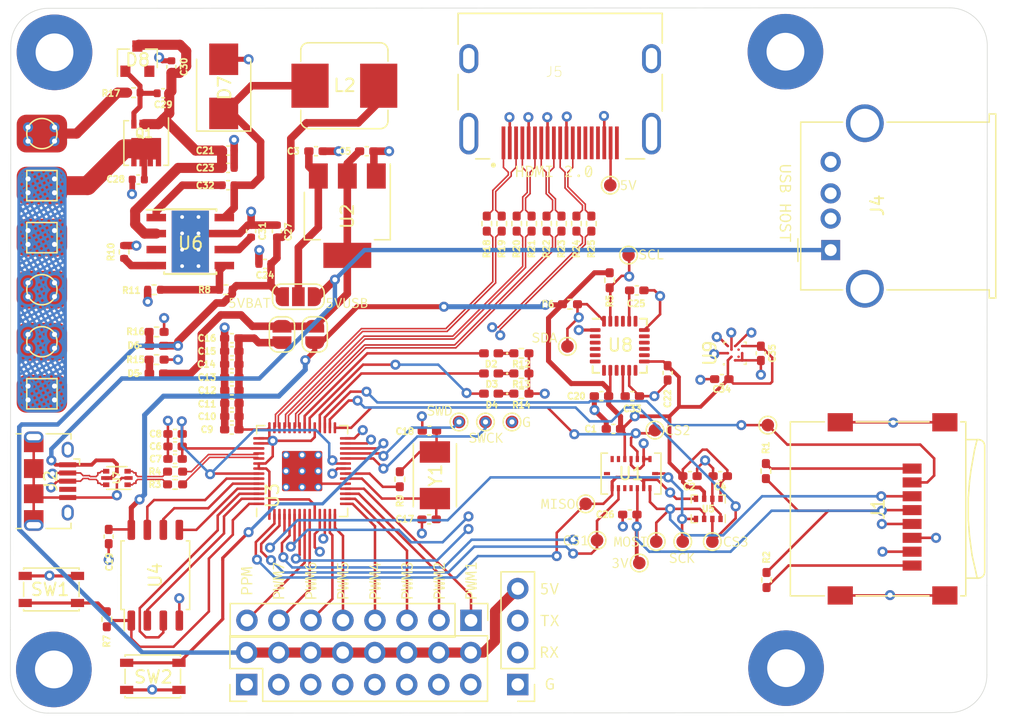
<source format=kicad_pcb>
(kicad_pcb (version 20211014) (generator pcbnew)
  (layers (0 "F.Cu" signal) (1 "In1.Cu" signal "GND") (2 "In2.Cu" signal) (31 "B.Cu" signal) (34 "B.Paste" user) (35 "F.Paste" user) (36 "B.SilkS" user "B.Silkscreen") (37 "F.SilkS" user "F.Silkscreen") (38 "B.Mask" user) (39 "F.Mask" user) (44 "Edge.Cuts" user))
  (net 0 "")
  (net 1 "GND")
  (net 2 "+1V1")
  (net 3 "FC_XIN")
  (net 4 "+3V3")
  (net 5 "VCC")
  (net 6 "+5V")
  (net 7 "FC_STATUS_BLUE")
  (net 8 "FC_STATUS_RED")
  (net 9 "Net-(D2-Pad1)")
  (net 10 "Net-(D3-Pad1)")
  (net 11 "FC_STATUS_GREEN")
  (net 12 "FC_BOOTSEL")
  (net 13 "FC_RUN")
  (net 14 "FC_USB_VBUS")
  (net 15 "FC_USB_D-")
  (net 16 "FC_USB_D+")
  (net 17 "FC_SERVO_1")
  (net 18 "FC_SERVO_2")
  (net 19 "FC_SERVO_3")
  (net 20 "FC_SERVO_4")
  (net 21 "FC_SERVO_5")
  (net 22 "FC_SERVO_6")
  (net 24 "FC_I2C0_SCL")
  (net 25 "FC_I2C0_SDA")
  (net 26 "FC_QSPI_SS")
  (net 27 "FC_XOUT")
  (net 28 "Net-(J1-Pad8)")
  (net 29 "Net-(J1-Pad1)")
  (net 30 "FC_SWCLK")
  (net 31 "FC_SWD")
  (net 32 "FC_QSPI_SD3")
  (net 33 "FC_QSPI_SCLK")
  (net 34 "FC_QSPI_SD0")
  (net 35 "FC_QSPI_SD2")
  (net 36 "FC_QSPI_SD1")
  (net 37 "REG_5VIN")
  (net 38 "FC_SPI0_MOSI")
  (net 39 "FC_SPI0_SCK")
  (net 40 "FC_SPI0_MISO")
  (net 42 "FC_RADIO_PPM")
  (net 45 "FC_SERVO_7")
  (net 46 "FC_UART0_TX")
  (net 47 "FC_UART0_RX")
  (net 48 "Net-(C18-Pad1)")
  (net 50 "HDMI_5V")
  (net 51 "Net-(D4-Pad1)")
  (net 53 "FC_HDMI_D2+")
  (net 54 "FC_HDMI_D2-")
  (net 55 "FC_HDMI_D1+")
  (net 56 "FC_HDMI_D1-")
  (net 57 "FC_HDMI_D0+")
  (net 58 "FC_HDMI_D0-")
  (net 59 "FC_HDMI_CK+")
  (net 60 "FC_HDMI_CK-")
  (net 61 "FC_SPI0_CS4")
  (net 62 "/FlightControlComputer/USB+")
  (net 63 "/FlightControlComputer/USB-")
  (net 64 "/FlightControlComputer/3V_MCU")
  (net 65 "3V3_IO")
  (net 66 "Net-(D5-Pad1)")
  (net 67 "Net-(D6-Pad1)")
  (net 68 "FC_SPI0_CS3")
  (net 69 "FC_SPI0_CS2")
  (net 70 "FC_SPI0_CS1")
  (net 76 "Net-(C25-Pad2)")
  (net 77 "Net-(C33-Pad2)")
  (net 79 "/+12v")
  (net 80 "Net-(C29-Pad2)")
  (net 81 "Net-(C31-Pad1)")
  (net 82 "Net-(C32-Pad1)")
  (net 83 "Net-(C32-Pad2)")
  (net 84 "FB")
  (net 85 "Net-(R10-Pad1)")
  (net 87 "/FCC Peripherals/d-")
  (net 88 "/FCC Peripherals/d+")
  (net 94 "/FCC Peripherals/D2+")
  (net 95 "/FCC Peripherals/D2-")
  (net 96 "/FCC Peripherals/D1+")
  (net 97 "/FCC Peripherals/D1-")
  (net 98 "/FCC Peripherals/D0+")
  (net 99 "/FCC Peripherals/D0-")
  (net 100 "/FCC Peripherals/CK+")
  (net 101 "/FCC Peripherals/CK-")
  (footprint "Capacitor_SMD:C_0402_1005Metric_Pad0.74x0.62mm_HandSolder" (layer "F.Cu") (at 138.7675 73.39375 180)
    (fp_text reference "C6")
    (fp_text value "0.1uF" hide)
  )
  (footprint "Capacitor_SMD:C_0402_1005Metric_Pad0.74x0.62mm_HandSolder" (layer "F.Cu") (at 138.7675 72.4 180)
    (fp_text reference "C8")
    (fp_text value "0.1uF" hide)
  )
  (footprint "Capacitor_SMD:C_0402_1005Metric_Pad0.74x0.62mm_HandSolder" (layer "F.Cu") (at 143.276251 69.97857 180)
    (fp_text reference "C11")
    (fp_text value "0.1uF" hide)
  )
  (footprint "Capacitor_SMD:C_0402_1005Metric_Pad0.74x0.62mm_HandSolder" (layer "F.Cu") (at 143.276251 68.942856 180)
    (fp_text reference "C12")
    (fp_text value "0.1uF" hide)
  )
  (footprint "Capacitor_SMD:C_0402_1005Metric_Pad0.74x0.62mm_HandSolder" (layer "F.Cu") (at 143.2675 67.907142 180)
    (fp_text reference "C13")
    (fp_text value "0.1uF" hide)
  )
  (footprint "Capacitor_SMD:C_0402_1005Metric_Pad0.74x0.62mm_HandSolder" (layer "F.Cu") (at 143.2675 66.871428 180)
    (fp_text reference "C14")
    (fp_text value "0.1uF" hide)
  )
  (footprint "Capacitor_SMD:C_0402_1005Metric_Pad0.74x0.62mm_HandSolder" (layer "F.Cu") (at 143.2675 65.835714 180)
    (fp_text reference "C15")
    (fp_text value "0.1uF" hide)
  )
  (footprint "Capacitor_SMD:C_0402_1005Metric_Pad0.74x0.62mm_HandSolder" (layer "F.Cu") (at 143.2675 64.8 180)
    (fp_text reference "C16")
    (fp_text value "0.1uF" hide)
  )
  (footprint "Capacitor_SMD:C_0402_1005Metric_Pad0.74x0.62mm_HandSolder" (layer "F.Cu") (at 158.925 79.1825 180)
    (fp_text reference "C17")
    (fp_text value "22pF" hide)
  )
  (footprint "Capacitor_SMD:C_0402_1005Metric_Pad0.74x0.62mm_HandSolder" (layer "F.Cu") (at 158.95 72.15 180)
    (fp_text reference "C18")
    (fp_text value "22pF" hide)
  )
  (footprint "Capacitor_SMD:C_0402_1005Metric_Pad0.74x0.62mm_HandSolder" (layer "F.Cu") (at 133.5 80.55 -90)
    (fp_text reference "C19")
    (fp_text value "0.1uF" hide)
  )
  (footprint "Capacitor_SMD:C_0402_1005Metric_Pad0.74x0.62mm_HandSolder" (layer "F.Cu") (at 174.85 78.8)
    (fp_text reference "C26")
    (fp_text value "0.1uF" hide)
  )
  (footprint "LED_SMD:LED_0402_1005Metric_Pad0.77x0.64mm_HandSolder" (layer "F.Cu") (at 163.85 66 180)
    (fp_text reference "D2")
    (fp_text value "LED_B" hide)
  )
  (footprint "LED_SMD:LED_0402_1005Metric_Pad0.77x0.64mm_HandSolder" (layer "F.Cu") (at 163.85 67.6 180)
    (fp_text reference "D3")
    (fp_text value "LED_R" hide)
  )
  (footprint "LED_SMD:LED_0402_1005Metric_Pad0.77x0.64mm_HandSolder" (layer "F.Cu") (at 163.85 69.2 180)
    (fp_text reference "D4")
    (fp_text value "LED_G" hide)
  )
  (footprint "TestPoint:TestPoint_Pad_D2.0mm" (layer "F.Cu") (at 128.2 48.55 90)
    (fp_text reference "P4" hide)
    (fp_text value "LIPO_GND" hide)
  )
  (footprint "TestPoint:TestPoint_Pad_2.0x2.0mm" (layer "F.Cu") (at 128.2 56.814 90)
    (fp_text reference "P1" hide)
    (fp_text value "ESC1_VCC" hide)
  )
  (footprint "TestPoint:TestPoint_Pad_D2.0mm" (layer "F.Cu") (at 128.2 60.946 90)
    (fp_text reference "P2" hide)
    (fp_text value "ESC1_GND" hide)
  )
  (footprint "Resistor_SMD:R_0402_1005Metric_Pad0.72x0.64mm_HandSolder" (layer "F.Cu") (at 173.2525 60.2 -90)
    (fp_text reference "R5")
    (fp_text value "4K7" hide)
  )
  (footprint "Resistor_SMD:R_0402_1005Metric_Pad0.72x0.64mm_HandSolder" (layer "F.Cu") (at 170.1025 62.1)
    (fp_text reference "R6")
    (fp_text value "4K7" hide)
  )
  (footprint "Resistor_SMD:R_0402_1005Metric_Pad0.72x0.64mm_HandSolder" (layer "F.Cu") (at 133.35 87.1175 90)
    (fp_text reference "R7")
    (fp_text value "1k" hide)
  )
  (footprint "Resistor_SMD:R_0402_1005Metric_Pad0.72x0.64mm_HandSolder" (layer "F.Cu") (at 166.25 67.6)
    (fp_text reference "R13")
    (fp_text value "33R" hide)
  )
  (footprint "Resistor_SMD:R_0402_1005Metric_Pad0.72x0.64mm_HandSolder" (layer "F.Cu") (at 166.25 69.2)
    (fp_text reference "R14")
    (fp_text value "47R" hide)
  )
  (footprint "RP2040_minimal:RP2040-QFN-56" (layer "F.Cu") (at 148.85 75.35 90)
    (fp_text reference "U3")
    (fp_text value "RP2040" hide)
  )
  (footprint "Package_SO:SOIC-8_5.23x5.23mm_P1.27mm" (layer "F.Cu") (at 137.2 83.6175 90)
    (fp_text reference "U4")
    (fp_text value "W25Q128JVS" hide)
  )
  (footprint "Crystal:Crystal_SMD_TXC_7A-2Pin_5x3.2mm" (layer "F.Cu") (at 159.38375 75.6825 90)
    (fp_text reference "Y1")
    (fp_text value "12MHz ±30ppm 16pF 50Ω SMD-5032_2P SMD" hide)
  )
  (footprint "TestPoint:TestPoint_Pad_2.0x2.0mm" (layer "F.Cu") (at 128.2 52.682 -90)
    (fp_text reference "P3" hide)
    (fp_text value "LIPO_VCC" hide)
  )
  (footprint "TestPoint:TestPoint_Pad_D2.0mm" (layer "F.Cu") (at 128.2 65.078 90)
    (fp_text reference "P6" hide)
    (fp_text value "ESC2_GND" hide)
  )
  (footprint "TestPoint:TestPoint_Pad_2.0x2.0mm" (layer "F.Cu") (at 128.2 69.21 90)
    (fp_text reference "P5" hide)
    (fp_text value "ESC2_VCC" hide)
  )
  (footprint "Capacitor_SMD:C_0402_1005Metric_Pad0.74x0.62mm_HandSolder" (layer "F.Cu") (at 143.2675 72.05 180)
    (fp_text reference "C9")
    (fp_text value "1u" hide)
  )
  (footprint "Resistor_SMD:R_0402_1005Metric_Pad0.72x0.64mm_HandSolder" (layer "F.Cu") (at 138.7675 76.405)
    (fp_text reference "R3")
    (fp_text value "27R" hide)
  )
  (footprint "Button_Switch_SMD:SW_SPST_PTS810" (layer "F.Cu") (at 128.95 84.75 180)
    (fp_text reference "SW1")
    (fp_text value "BOOT_SEL" hide)
  )
  (footprint "Connector_USB:USB_Micro-B_Amphenol_10118194_Horizontal" (layer "F.Cu") (at 128.85 76.15 -90)
    (fp_text reference "J2")
    (fp_text value "Connector_USB_B_Micro" hide)
  )
  (footprint "Resistor_SMD:R_0402_1005Metric_Pad0.72x0.64mm_HandSolder" (layer "F.Cu") (at 156.6 76 90)
    (fp_text reference "R9")
    (fp_text value "604R" hide)
  )
  (footprint "Capacitor_SMD:C_0402_1005Metric_Pad0.74x0.62mm_HandSolder" (layer "F.Cu") (at 143.276251 71.014284 180)
    (fp_text reference "C10")
    (fp_text value "0.1uF" hide)
  )
  (footprint "Jumper:SolderJumper-2_P1.3mm_Open_RoundedPad1.0x1.5mm" (layer "F.Cu") (at 149.85 64.5 -90)
    (fp_text reference "JP3" hide)
    (fp_text value "IO_EN" hide)
  )
  (footprint "Jumper:SolderJumper-2_P1.3mm_Open_RoundedPad1.0x1.5mm" (layer "F.Cu") (at 147.25 64.5 -90)
    (fp_text reference "JP2" hide)
    (fp_text value "MCU_EN" hide)
  )
  (footprint "Button_Switch_SMD:SW_SPST_PTS810" (layer "F.Cu") (at 137 91.65)
    (fp_text reference "SW2")
    (fp_text value "RESET" hide)
  )
  (footprint "Capacitor_SMD:C_0402_1005Metric_Pad0.74x0.62mm_HandSolder" (layer "F.Cu") (at 138.7675 74.3875 180)
    (fp_text reference "C7")
    (fp_text value "1u" hide)
  )
  (footprint "Resistor_SMD:R_0402_1005Metric_Pad0.72x0.64mm_HandSolder" (layer "F.Cu") (at 166.25 66)
    (fp_text reference "R12")
    (fp_text value "27R" hide)
  )
  (footprint "Resistor_SMD:R_0402_1005Metric_Pad0.72x0.64mm_HandSolder" (layer "F.Cu") (at 137.3 66.5)
    (fp_text reference "R15")
    (fp_text value "33R" hide)
  )
  (footprint "Resistor_SMD:R_0402_1005Metric_Pad0.72x0.64mm_HandSolder" (layer "F.Cu") (at 137.3 64.3)
    (fp_text reference "R16")
    (fp_text value "33R" hide)
  )
  (footprint "LED_SMD:LED_0402_1005Metric_Pad0.77x0.64mm_HandSolder" (layer "F.Cu") (at 137.3 67.6)
    (fp_text reference "D5")
    (fp_text value "LED_R" hide)
  )
  (footprint "LED_SMD:LED_0402_1005Metric_Pad0.77x0.64mm_HandSolder" (layer "F.Cu") (at 137.3 65.4)
    (fp_text reference "D6")
    (fp_text value "LED_R" hide)
  )
  (footprint "Resistor_SMD:R_0402_1005Metric_Pad0.72x0.64mm_HandSolder" (layer "F.Cu") (at 138.7675 75.39125)
    (fp_text reference "R4")
    (fp_text value "27R" hide)
  )
  (footprint "Package_TO_SOT_SMD:SOT-666" (layer "F.Cu") (at 134.15 75.9 180)
    (fp_text reference "U7")
    (fp_text value "USBLC6-2P6" hide)
  )
  (footprint "Sensor_Motion:InvenSense_QFN-24_4x4mm_P0.5mm" (layer "F.Cu") (at 174.0525 65.4)
    (fp_text reference "U8")
    (fp_text value "MPU-6050" hide)
  )
  (footprint "Capacitor_SMD:C_0402_1005Metric_Pad0.74x0.62mm_HandSolder" (layer "F.Cu") (at 185.25 66 90)
    (fp_text reference "C35")
    (fp_text value "0.1uF" hide)
  )
  (footprint "kibuzzard-6355570F" (layer "F.Cu") (at 168.5 87.216774)
    (fp_text reference "kibuzzard-6355570F" hide)
    (fp_text value "G***" hide)
  )
  (footprint "Jumper:SolderJumper-3_P1.3mm_Open_RoundedPad1.0x1.5mm_NumberLabels" (layer "F.Cu") (at 148.55 61.5 180)
    (fp_text reference "JP1" hide)
    (fp_text value "SolderJumper_3_Open" hide)
  )
  (footprint "TestPoint:TestPoint_Pad_D1.0mm" (layer "F.Cu") (at 172.25 80.85)
    (fp_text reference "TP12" hide)
    (fp_text value "SPI_CS1" hide)
  )
  (footprint "Resistor_SMD:R_0402_1005Metric_Pad0.72x0.64mm_HandSolder" (layer "F.Cu") (at 164.685714 55.7 90)
    (fp_text reference "R19")
    (fp_text value "270R" hide)
  )
  (footprint "kibuzzard-63555D0F" (layer "F.Cu") (at 152.4 62)
    (fp_text reference "kibuzzard-63555D0F" hide)
    (fp_text value "G***" hide)
  )
  (footprint "kibuzzard-6355583E" (layer "F.Cu") (at 174.9 80.95)
    (fp_text reference "kibuzzard-6355583E" hide)
    (fp_text value "G***" hide)
  )
  (footprint "Capacitor_SMD:C_0402_1005Metric" (layer "F.Cu") (at 145.9 58.9)
    (fp_text reference "C24")
    (fp_text value "47uF" hide)
  )
  (footprint "kibuzzard-63555640" (layer "F.Cu") (at 157.168052 84.05 90)
    (fp_text reference "kibuzzard-63555640" hide)
    (fp_text value "G***" hide)
  )
  (footprint "Inductor_SMD:L_Bourns_SRP7028A_7.3x6.6mm" (layer "F.Cu") (at 152.2 44.75)
    (fp_text reference "L2")
    (fp_text value "8.2uH" hide)
  )
  (footprint "kibuzzard-63555666" (layer "F.Cu") (at 162.25 84.05 90)
    (fp_text reference "kibuzzard-63555666" hide)
    (fp_text value "G***" hide)
  )
  (footprint "CM4IO:EDAC 690-019-298-412" (layer "F.Cu") (at 169.325 48.55675 180)
    (fp_text reference "J5")
    (fp_text value "HDMI_A_1.4" hide)
  )
  (footprint "TestPoint:TestPoint_Pad_D1.0mm" (layer "F.Cu") (at 181.4 80.95)
    (fp_text reference "TP8" hide)
    (fp_text value "SPI_CS3" hide)
  )
  (footprint "kibuzzard-6355590D" (layer "F.Cu") (at 168.1 64.75)
    (fp_text reference "kibuzzard-6355590D" hide)
    (fp_text value "G***" hide)
  )
  (footprint "Capacitor_SMD:C_0402_1005Metric_Pad0.74x0.62mm_HandSolder" (layer "F.Cu") (at 149.95 49.95)
    (fp_text reference "C3")
    (fp_text value "10uF" hide)
  )
  (footprint "Capacitor_SMD:C_0402_1005Metric_Pad0.74x0.62mm_HandSolder" (layer "F.Cu") (at 153.975 49.95)
    (fp_text reference "C5")
    (fp_text value "10uF" hide)
  )
  (footprint "kibuzzard-63555658" (layer "F.Cu") (at 159.716352 84.05 90)
    (fp_text reference "kibuzzard-63555658" hide)
    (fp_text value "G***" hide)
  )
  (footprint "kibuzzard-63555752" (layer "F.Cu") (at 168.5 92.25)
    (fp_text reference "kibuzzard-63555752" hide)
    (fp_text value "G***" hide)
  )
  (footprint "Capacitor_SMD:C_0402_1005Metric" (layer "F.Cu") (at 144.8 56.3 90)
    (fp_text reference "C31")
    (fp_text value "3nF" hide)
  )
  (footprint "kibuzzard-63555973" (layer "F.Cu") (at 174.75 52.65)
    (fp_text reference "kibuzzard-63555973" hide)
    (fp_text value "G***" hide)
  )
  (footprint "Resistor_SMD:R_0402_1005Metric" (layer "F.Cu") (at 142.8 60.95 180)
    (fp_text reference "R8")
    (fp_text value "100K" hide)
  )
  (footprint "Package_SO:Texas_HSOP-8-1EP_3.9x4.9mm_P1.27mm_ThermalVias" (layer "F.Cu") (at 139.975 57.125)
    (fp_text reference "U6")
    (fp_text value "LMR16030SDDAR" hide)
  )
  (footprint "kibuzzard-6355588E" (layer "F.Cu") (at 170.55 80.85)
    (fp_text reference "kibuzzard-6355588E" hide)
    (fp_text value "G***" hide)
  )
  (footprint "TestPoint:TestPoint_Pad_D1.0mm" (layer "F.Cu") (at 174.75 58.2 90)
    (fp_text reference "TP3" hide)
    (fp_text value "I2C_SCL" hide)
  )
  (footprint "Capacitor_SMD:C_0402_1005Metric_Pad0.74x0.62mm_HandSolder" (layer "F.Cu") (at 182.025 75.75)
    (fp_text reference "C4")
    (fp_text value "0.1uF" hide)
  )
  (footprint "kibuzzard-635557C8" (layer "F.Cu") (at 163.45 72.7)
    (fp_text reference "kibuzzard-635557C8" hide)
    (fp_text value "G***" hide)
  )
  (footprint "Resistor_SMD:R_0402_1005Metric" (layer "F.Cu") (at 134.725 57.95 90)
    (fp_text reference "R10")
    (fp_text value "49.9K" hide)
  )
  (footprint "MountingHole:MountingHole_3mm_Pad" (layer "F.Cu") (at 129.15 91.1)
    (fp_text reference "H1" hide)
    (fp_text value "MountingHole" hide)
  )
  (footprint "Capacitor_SMD:C_0402_1005Metric_Pad0.74x0.62mm_HandSolder" (layer "F.Cu") (at 182.15 68.05 180)
    (fp_text reference "C34")
    (fp_text value "0.1uF" hide)
  )
  (footprint "Resistor_SMD:R_0402_1005Metric_Pad0.72x0.64mm_HandSolder" (layer "F.Cu") (at 165.871428 55.7 90)
    (fp_text reference "R20")
    (fp_text value "270R" hide)
  )
  (footprint "kibuzzard-63555833" (layer "F.Cu") (at 169.15 77.95)
    (fp_text reference "kibuzzard-63555833" hide)
    (fp_text value "G***" hide)
  )
  (footprint "kibuzzard-63555742" (layer "F.Cu") (at 168.5 84.7)
    (fp_text reference "kibuzzard-63555742" hide)
    (fp_text value "G***" hide)
  )
  (footprint "MountingHole:MountingHole_3mm_Pad" (layer "F.Cu") (at 129.2 42.1)
    (fp_text reference "H2" hide)
    (fp_text value "MountingHole" hide)
  )
  (footprint "Capacitor_SMD:C_0402_1005Metric" (layer "F.Cu") (at 146.85 56.3 -90)
    (fp_text reference "C27")
    (fp_text value "47uF" hide)
  )
  (footprint "Resistor_SMD:R_0402_1005Metric_Pad0.72x0.64mm_HandSolder" (layer "F.Cu") (at 170.614284 55.7 90)
    (fp_text reference "R24")
    (fp_text value "270R" hide)
  )
  (footprint "TestPoint:TestPoint_Pad_D1.0mm" (layer "F.Cu") (at 176.95 80.95)
    (fp_text reference "TP11" hide)
    (fp_text value "SPI_MOSI" hide)
  )
  (footprint "kibuzzard-635555B6" (layer "F.Cu") (at 168.85 51.55)
    (fp_text reference "kibuzzard-635555B6" hide)
    (fp_text value "G***" hide)
  )
  (footprint "kibuzzard-635555CB" (layer "F.Cu") (at 187.2 54.1 -90)
    (fp_text reference "kibuzzard-635555CB" hide)
    (fp_text value "G***" hide)
  )
  (footprint "Resistor_SMD:R_0402_1005Metric_Pad0.72x0.64mm_HandSolder" (layer "F.Cu") (at 185.7 84 90)
    (fp_text reference "R2")
    (fp_text value "50K" hide)
  )
  (footprint "kibuzzard-63555630" (layer "F.Cu") (at 154.619752 84.05 90)
    (fp_text reference "kibuzzard-63555630" hide)
    (fp_text value "G***" hide)
  )
  (footprint "Resistor_SMD:R_0402_1005Metric_Pad0.72x0.64mm_HandSolder" (layer "F.Cu") (at 163.5 55.7 90)
    (fp_text reference "R18")
    (fp_text value "270R" hide)
  )
  (footprint "kibuzzard-6355586A" (layer "F.Cu") (at 179 82.25)
    (fp_text reference "kibuzzard-6355586A" hide)
    (fp_text value "G***" hide)
  )
  (footprint "Connector_PinHeader_2.54mm:PinHeader_1x04_P2.54mm_Vertical" (layer "F.Cu") (at 165.96 92.3 180)
    (fp_text reference "J3" hide)
    (fp_text value "Conn_01x04" hide)
  )
  (footprint "Package_CSP:WLCSP-12_1.56x1.56mm_P0.4mm" (layer "F.Cu") (at 183.2 65.99 90)
    (fp_text reference "U9")
    (fp_text value "BMM150" hide)
  )
  (footprint "TestPoint:TestPoint_Pad_D1.0mm" (layer "F.Cu") (at 185.8 71.7)
    (fp_text reference "TP6" hide)
    (fp_text value "SPI_CS4" hide)
  )
  (footprint "kibuzzard-635557DD" (layer "F.Cu") (at 166.65 71.45)
    (fp_text reference "kibuzzard-635557DD" hide)
    (fp_text value "G***" hide)
  )
  (footprint "Capacitor_SMD:C_0402_1005Metric" (layer "F.Cu") (at 135.85 52.2 180)
    (fp_text reference "C28")
    (fp_text value "0.1uF" hide)
  )
  (footprint "Capacitor_SMD:C_0402_1005Metric_Pad0.74x0.62mm_HandSolder" (layer "F.Cu") (at 173.55 72)
    (fp_text reference "C1")
    (fp_text value "0.1uF" hide)
  )
  (footprint "kibuzzard-63555725" (layer "F.Cu") (at 168.5 89.726059)
    (fp_text reference "kibuzzard-63555725" hide)
    (fp_text value "G***" hide)
  )
  (footprint "kibuzzard-635558BC" (layer "F.Cu") (at 183.25 80.95)
    (fp_text reference "kibuzzard-635558BC" hide)
    (fp_text value "G***" hide)
  )
  (footprint "Capacitor_SMD:C_0402_1005Metric" (layer "F.Cu") (at 138.475 43.25 90)
    (fp_text reference "C30")
    (fp_text value "10uF" hide)
  )
  (footprint "Connector_Card:microSD_HC_Wuerth_693072010801" (layer "F.Cu") (at 195.7 78.35 -90)
    (fp_text reference "J1")
    (fp_text value "Micro_SD_Card" hide)
  )
  (footprint "TestPoint:TestPoint_Pad_D1.0mm" (layer "F.Cu") (at 165.5 71.45)
    (fp_text reference "TP14" hide)
    (fp_text value "SPI_GND" hide)
  )
  (footprint "Capacitor_SMD:C_0402_1005Metric" (layer "F.Cu") (at 142.98 52.65)
    (fp_text reference "C32")
    (fp_text value "0.1uF" hide)
  )
  (footprint "Capacitor_SMD:C_0402_1005Metric" (layer "F.Cu") (at 137.825 45.35 180)
    (fp_text reference "C29")
    (fp_text value "0.1uF" hide)
  )
  (footprint "Resistor_SMD:R_0402_1005Metric" (layer "F.Cu") (at 135.475 45.3 180)
    (fp_text reference "R17")
    (fp_text value "12K" hide)
  )
  (footprint "kibuzzard-63555924" (layer "F.Cu") (at 176.55 58.15)
    (fp_text reference "kibuzzard-63555924" hide)
    (fp_text value "G***" hide)
  )
  (footprint "BMI088:BMI088" (layer "F.Cu") (at 174.95 75.55)
    (fp_text reference "U1")
    (fp_text value "BMI088" hide)
  )
  (footprint "TestPoint:TestPoint_Pad_D1.0mm" (layer "F.Cu") (at 175.6 82.65)
    (fp_text reference "TP7" hide)
    (fp_text value "SPI_3V3" hide)
  )
  (footprint "kibuzzard-635555EF" (layer "F.Cu") (at 144.45 84.05 90)
    (fp_text reference "kibuzzard-635555EF" hide)
    (fp_text value "G***" hide)
  )
  (footprint "TestPoint:TestPoint_Pad_D1.0mm" (layer "F.Cu") (at 179.05 80.95)
    (fp_text reference "TP9" hide)
    (fp_text value "SPI_SCK" hide)
  )
  (footprint "Resistor_SMD:R_0402_1005Metric_Pad0.72x0.64mm_HandSolder" (layer "F.Cu") (at 185.65 75.35 90)
    (fp_text reference "R1")
    (fp_text value "50K" hide)
  )
  (footprint "kibuzzard-63555878" (layer "F.Cu") (at 174.1 82.65)
    (fp_text reference "kibuzzard-63555878" hide)
    (fp_text value "G***" hide)
  )
  (footprint "TestPoint:TestPoint_Pad_D1.0mm" (layer "F.Cu") (at 171.35 77.95)
    (fp_text reference "TP13" hide)
    (fp_text value "SPI_MISO" hide)
  )
  (footprint "kibuzzard-6355561B" (layer "F.Cu") (at 149.529992 84.05 90)
    (fp_text reference "kibuzzard-6355561B" hide)
    (fp_text value "G***" hide)
  )
  (footprint "MountingHole:MountingHole_3mm_Pad" (layer "F.Cu") (at 187.25 91)
    (fp_text reference "H4" hide)
    (fp_text value "MountingHole" hide)
  )
  (footprint "TestPoint:TestPoint_Pad_D1.0mm" (layer "F.Cu") (at 161.3 71.45)
    (fp_text reference "TP4" hide)
    (fp_text value "SWD" hide)
  )
  (footprint "Package_SON:Diodes_PowerDI3333-8" (layer "F.Cu") (at 136.475 49.3 -90)
    (fp_text reference "Q1")
    (fp_text value "DMP3013SFV" hide)
  )
  (footprint "Capacitor_SMD:C_0402_1005Metric_Pad0.74x0.62mm_HandSolder" (layer "F.Cu") (at 172.6025 69.4 180)
    (fp_text reference "C20")
    (fp_text value "0.1uF" hide)
  )
  (footprint "TestPoint:TestPoint_Pad_D1.0mm" (layer "F.Cu") (at 176.85 72.1)
    (fp_text reference "TP10" hide)
    (fp_text value "SPI_CS2" hide)
  )
  (footprint "Package_LGA:Bosch_LGA-8_2x2.5mm_P0.65mm_ClockwisePinNumbering" (layer "F.Cu") (at 181.075 78.35 180)
    (fp_text reference "U5")
    (fp_text value "BMP280" hide)
  )
  (footprint "kibuzzard-63555609" (layer "F.Cu") (at 146.982669 84.05 90)
    (fp_text reference "kibuzzard-63555609" hide)
    (fp_text value "G***" hide)
  )
  (footprint "Connector_USB:USB_A_Molex_67643_Horizontal" (layer "F.Cu") (at 190.79 57.8 90)
    (fp_text reference "J4")
    (fp_text value "USB_A")
  )
  (footprint "Connector_PinHeader_2.54mm:PinHeader_1x08_P2.54mm_Vertical" (layer "F.Cu") (at 162.25 87.2 -90)
    (fp_text reference "J8" hide)
    (fp_text value "Conn_01x08" hide)
  )
  (footprint "Capacitor_SMD:C_0402_1005Metric_Pad0.74x0.62mm_HandSolder" (layer "F.Cu") (at 175.4025 61 180)
    (fp_text reference "C25")
    (fp_text value "2.2nF" hide)
  )
  (footprint "Capacitor_SMD:C_0402_1005Metric_Pad0.74x0.62mm_HandSolder" (layer "F.Cu") (at 179.625 75.75 180)
    (fp_text reference "C2")
    (fp_text value "0.1uF" hide)
  )
  (footprint "Connector_PinHeader_2.54mm:PinHeader_2x08_P2.54mm_Vertical" (layer "F.Cu") (at 144.45 92.3 90)
    (fp_text reference "J9" hide)
    (fp_text value "Conn_02x08_Odd_Even" hide)
  )
  (footprint "TestPoint:TestPoint_Pad_D1.0mm" (layer "F.Cu") (at 173.3 52.65)
    (fp_text reference "TP5" hide)
    (fp_text value "HDMI_5V" hide)
  )
  (footprint "Capacitor_SMD:C_0402_1005Metric" (layer "F.Cu") (at 142.975 51.275)
    (fp_text reference "C23")
    (fp_text value "2.2uF" hide)
  )
  (footprint "Diode_SMD:D_SOT-23_ANK" (layer "F.Cu") (at 135.775 42.6 90)
    (fp_text reference "D8")
    (fp_text value "MMBZ5242B" hide)
  )
  (footprint "kibuzzard-63555626" (layer "F.Cu") (at 152.078617 84.05 90)
    (fp_text reference "kibuzzard-63555626" hide)
    (fp_text value "G***" hide)
  )
  (footprint "Resistor_SMD:R_0402_1005Metric_Pad0.72x0.64mm_HandSolder" (layer "F.Cu") (at 167.057142 55.7 90)
    (fp_text reference "R21")
    (fp_text value "270R" hide)
  )
  (footprint "Resistor_SMD:R_0402_1005Metric_Pad0.72x0.64mm_HandSolder" (layer "F.Cu") (at 169.42857 55.7 90)
    (fp_text reference "R23")
    (fp_text value "270R" hide)
  )
  (footprint "Capacitor_SMD:C_0402_1005Metric" (layer "F.Cu") (at 142.975 49.9)
    (fp_text reference "C21")
    (fp_text value "2.2uF" hide)
  )
  (footprint "MountingHole:MountingHole_3mm_Pad" (layer "F.Cu") (at 187.2 42.05)
    (fp_text reference "H3" hide)
    (fp_text value "MountingHole" hide)
  )
  (footprint "Resistor_SMD:R_0402_1005Metric_Pad0.72x0.64mm_HandSolder" (layer "F.Cu") (at 168.242856 55.7 90)
    (fp_text reference "R22")
    (fp_text value "270R" hide)
  )
  (footprint "Capacitor_SMD:C_0402_1005Metric_Pad0.74x0.62mm_HandSolder" (layer "F.Cu") (at 175.0525 69.4 180)
    (fp_text reference "C33")
    (fp_text value "0.1uF" hide)
  )
  (footprint "TestPoint:TestPoint_Pad_D1.0mm" (layer "F.Cu") (at 163.4 71.45)
    (fp_text reference "TP1" hide)
    (fp_text value "SWCLK" hide)
  )
  (footprint "Capacitor_SMD:C_0402_1005Metric_Pad0.74x0.62mm_HandSolder" (layer "F.Cu") (at 177.8525 67.55 90)
    (fp_text reference "C22")
    (fp_text value "0.1uF" hide)
  )
  (footprint "TestPoint:TestPoint_Pad_D1.0mm" (layer "F.Cu") (at 169.9 65.45 90)
    (fp_text reference "TP2" hide)
    (fp_text value "I2C_SDA" hide)
  )
  (footprint "Resistor_SMD:R_0402_1005Metric_Pad0.72x0.64mm_HandSolder" (layer "F.Cu") (at 171.8 55.7 90)
    (fp_text reference "R25")
    (fp_text value "270R" hide)
  )
  (footprint "kibuzzard-635558D9" (layer "F.Cu") (at 178.65 72.1)
    (fp_text reference "kibuzzard-635558D9" hide)
    (fp_text value "G***" hide)
  )
  (footprint "kibuzzard-63555CAA" (layer "F.Cu") (at 144.7 62)
    (fp_text reference "kibuzzard-63555CAA" hide)
    (fp_text value "G***" hide)
  )
  (footprint "kibuzzard-63555796" (layer "F.Cu") (at 159.75 70.55)
    (fp_text reference "kibuzzard-63555796" hide)
    (fp_text value "G***" hide)
  )
  (footprint "Package_TO_SOT_SMD:SOT-223-3_TabPin2" (layer "F.Cu") (at 152.435 55.07 -90)
    (fp_text reference "U2")
    (fp_text value "LD1117S33TR_SOT223" hide)
  )
  (footprint "Diode_SMD:D_SMB" (layer "F.Cu") (at 142.625 44.8 90)
    (fp_text reference "D7")
    (fp_text value "B340AG" hide)
  )
  (footprint "Resistor_SMD:R_0402_1005Metric" (layer "F.Cu") (at 137.1 60.95 180)
    (fp_text reference "R11")
    (fp_text value "17.8K" hide)
  )
  (gr_line (start 125.73 41.6) (end 125.73 48.712) (layer "Edge.Cuts") (width 0.05))
  (gr_line (start 203.215 41.565) (end 203.215 45.177) (layer "Edge.Cuts") (width 0.05))
  (gr_line (start 125.7 87.958) (end 125.73 48.712) (layer "Edge.Cuts") (width 0.05))
  (gr_line (start 128.7 94.57) (end 135.812 94.57) (layer "Edge.Cuts") (width 0.05))
  (gr_line (start 128.73 38.6) (end 135.842 38.6) (layer "Edge.Cuts") (width 0.05))
  (gr_arc (start 128.7 94.57) (mid 126.57868 93.69132) (end 125.7 91.57) (layer "Edge.Cuts") (width 0.05))
  (gr_line (start 200.215 38.565) (end 193.103 38.565) (layer "Edge.Cuts") (width 0.05))
  (gr_arc (start 203.185 91.535) (mid 202.30632 93.65632) (end 200.185 94.535) (layer "Edge.Cuts") (width 0.05))
  (gr_line (start 135.812 94.57) (end 193.073 94.535) (layer "Edge.Cuts") (width 0.05))
  (gr_arc (start 125.73 41.6) (mid 126.60868 39.47868) (end 128.73 38.6) (layer "Edge.Cuts") (width 0.05))
  (gr_line (start 125.7 91.57) (end 125.7 87.958) (layer "Edge.Cuts") (width 0.05))
  (gr_line (start 200.185 94.535) (end 193.073 94.535) (layer "Edge.Cuts") (width 0.05))
  (gr_line (start 203.215 45.177) (end 203.185 84.423) (layer "Edge.Cuts") (width 0.05))
  (gr_line (start 203.185 91.535) (end 203.185 84.423) (layer "Edge.Cuts") (width 0.05))
  (gr_line (start 193.103 38.565) (end 135.842 38.6) (layer "Edge.Cuts") (width 0.05))
  (gr_arc (start 200.215 38.565) (mid 202.33632 39.44368) (end 203.215 41.565) (layer "Edge.Cuts") (width 0.05))
  (segment (start 136.975 92.725) (end 136.95 92.7) (width 0.25) (layer "F.Cu") (net 1))
  (segment (start 199.85 71.475) (end 195.775 71.475) (width 0.20574) (layer "F.Cu") (net 1))
  (segment (start 128.775 83.675) (end 128.8 83.65) (width 0.25) (layer "F.Cu") (net 1))
  (segment (start 175.667361 75.15) (end 175.95 74.867361) (width 0.20574) (layer "F.Cu") (net 1))
  (segment (start 195.725 71.475) (end 195.75 71.5) (width 0.20574) (layer "F.Cu") (net 1))
  (segment (start 180.1925 75.75) (end 180.1925 75.1325) (width 0.2) (layer "F.Cu") (net 1))
  (segment (start 180.5 68.05) (end 180.45 68.1) (width 0.2) (layer "F.Cu") (net 1))
  (segment (start 127.55 75.15) (end 127.55 73.25) (width 0.2) (layer "F.Cu") (net 1))
  (segment (start 131.025 83.675) (end 128.825 83.675) (width 0.25) (layer "F.Cu") (net 1))
  (segment (start 183.25 65.4) (end 183.8 64.85) (width 0.2) (layer "F.Cu") (net 1))
  (segment (start 175.97 61) (end 176.8025 61) (width 0.20574) (layer "F.Cu") (net 1))
  (segment (start 172.1025 64.15) (end 170.8 64.15) (width 0.25) (layer "F.Cu") (net 1))
  (segment (start 166.825 47.275) (end 166.8 47.25) (width 0.20574) (layer "F.Cu") (net 1))
  (segment (start 184.3 64.35) (end 184.4995 64.35) (width 0.2) (layer "F.Cu") (net 1))
  (segment (start 139.075 92.725) (end 136.975 92.725) (width 0.25) (layer "F.Cu") (net 1))
  (segment (start 180.1925 75.1325) (end 180.825 74.5) (width 0.2) (layer "F.Cu") (net 1))
  (segment (start 181.4 75.8075) (end 181.4575 75.75) (width 0.2) (layer "F.Cu") (net 1))
  (segment (start 174.8025 67.35) (end 174.8025 68.5825) (width 0.2) (layer "F.Cu") (net 1))
  (segment (start 183.8 64.85) (end 184.3 64.35) (width 0.2) (layer "F.Cu") (net 1))
  (segment (start 181.4 78.125978) (end 182.05 78.775978) (width 0.2) (layer "F.Cu") (net 1))
  (segment (start 137.7705 42.77) (end 137.5 42.4995) (width 0.4) (layer "F.Cu") (net 1))
  (segment (start 174.2825 79.7325) (end 174.3 79.75) (width 0.20574) (layer "F.Cu") (net 1))
  (segment (start 176.0025 64.15) (end 177.2525 62.9) (width 0.20574) (layer "F.Cu") (net 1))
  (segment (start 136.59 61.89) (end 136.6 61.9) (width 0.6) (layer "F.Cu") (net 1))
  (segment (start 154.5425 49.95) (end 155.75 49.95) (width 0.6) (layer "F.Cu") (net 1))
  (segment (start 142.625 42.65) (end 144.6 42.65) (width 0.4) (layer "F.Cu") (net 1))
  (segment (start 172.825 47.175) (end 172.8 47.15) (width 0.20574) (layer "F.Cu") (net 1))
  (segment (start 175.232637 75.15) (end 175.667361 75.15) (width 0.20574) (layer "F.Cu") (net 1))
  (segment (start 172.035 69.4) (end 172.035 70.485) (width 0.4) (layer "F.Cu") (net 1))
  (segment (start 174.8025 68.5825) (end 175.62 69.4) (width 0.2) (layer "F.Cu") (net 1))
  (segment (start 174.95 74.867363) (end 175.232637 75.15) (width 0.20574) (layer "F.Cu") (net 1))
  (segment (start 133.975 77.45) (end 134.15 77.275) (width 0.2) (layer "F.Cu") (net 1))
  (segment (start 142.708751 72.041249) (end 142.7 72.05) (width 0.6) (layer "F.Cu") (net 1))
  (segment (start 142.708751 71.014284) (end 142.708751 72.041249) (width 0.6) (layer "F.Cu") (net 1))
  (segment (start 158.3575 80.2925) (end 158.35 80.3) (width 0.2) (layer "F.Cu") (net 1))
  (segment (start 158.3575 79.1825) (end 158.3575 80.2925) (width 0.2) (layer "F.Cu") (net 1))
  (segment (start 154.5425 49.95) (end 154.5425 51.7275) (width 0.6) (layer "F.Cu") (net 1))
  (segment (start 168.325 49.28675) (end 168.325 47.275) (width 0.20574) (layer "F.Cu") (net 1))
  (segment (start 172.035 70.485) (end 172.05 70.5) (width 0.4) (layer "F.Cu") (net 1))
  (segment (start 142.7 67.907142) (end 142.7 68.934105) (width 0.6) (layer "F.Cu") (net 1))
  (segment (start 169.825 47.225) (end 169.85 47.2) (width 0.20574) (layer "F.Cu") (net 1))
  (segment (start 135.37 52.2) (end 135.37 53.33) (width 0.45) (layer "F.Cu") (net 1))
  (segment (start 150.4 76.35) (end 150.125 76.625) (width 0.2) (layer "F.Cu") (net 1))
  (segment (start 185.2385 66.556) (end 185.25 66.5675) (width 0.2) (layer "F.Cu") (net 1))
  (segment (start 135.69 57.44) (end 135.7 57.45) (width 0.6) (layer "F.Cu") (net 1))
  (segment (start 154.5425 51.7275) (end 154.735 51.92) (width 0.6) (layer "F.Cu") (net 1))
  (segment (start 136.59 60.95) (end 136.59 61.89) (width 0.6) (layer "F.Cu") (net 1))
  (segment (start 177.8525 68.1175) (end 177.8525 68.35) (width 0.2) (layer "F.Cu") (net 1))
  (segment (start 191.55 71.475) (end 195.725 71.475) (width 0.20574) (layer "F.Cu") (net 1))
  (segment (start 145.42 57.83) (end 145.45 57.8) (width 0.6) (layer "F.Cu") (net 1))
  (segment (start 166.825 49.28675) (end 166.825 47.275) (width 0.20574) (layer "F.Cu") (net 1))
  (segment (start 134.15 76.28474) (end 134.15 77.275) (width 0.2) (layer "F.Cu") (net 1))
  (segment (start 133.5 81.1175) (end 133.5 82.4) (width 0.2) (layer "F.Cu") (net 1))
  (segment (start 138.2 72.4) (end 138.2 73.39375) (width 0.2) (layer "F.Cu") (net 1))
  (segment (start 181.5825 68.05) (end 180.5 68.05) (width 0.2) (layer "F.Cu") (net 1))
  (segment (start 181.9 64.7) (end 181.75 64.7) (width 0.2) (layer "F.Cu") (net 1))
  (segment (start 165.325 49.28675) (end 165.325 47.275) (width 0.20574) (layer "F.Cu") (net 1))
  (segment (start 165.325 47.275) (end 165.3 47.25) (width 0.20574) (layer "F.Cu") (net 1))
  (segment (start 139.105 87.2175) (end 139.105 85.455) (width 0.2) (layer "F.Cu") (net 1))
  (segment (start 142.708751 68.942856) (end 142.708751 69.97857) (width 0.6) (layer "F.Cu") (net 1))
  (segment (start 185.25 66.5675) (end 185.25 67.7) (width 0.2) (layer "F.Cu") (net 1))
  (segment (start 158.3825 72.15) (end 158.3825 71.0325) (width 0.2) (layer "F.Cu") (net 1))
  (segment (start 145.42 58.9) (end 145.42 57.83) (width 0.6) (layer "F.Cu") (net 1))
  (segment (start 144.8 55.82) (end 144.545583 55.82) (width 0.6) (layer "F.Cu") (net 1))
  (segment (start 143.875583 56.49) (end 142.675 56.49) (width 0.6) (layer "F.Cu") (net 1))
  (segment (start 152.2875 76.35) (end 150.4 76.35) (width 0.2) (layer "F.Cu") (net 1))
  (segment (start 166.8475 66) (end 166.8475 67.6) (width 0.20574) (layer "F.Cu") (net 1))
  (segment (start 175.950001 74.3943) (end 176.45 74.3943) (width 0.20574) (layer "F.Cu") (net 1))
  (segment (start 142.708751 69.97857) (end 142.708751 71.014284) (width 0.6) (layer "F.Cu") (net 1))
  (segment (start 191.55 85.225) (end 195.475 85.225) (width 0.20574) (layer "F.Cu") (net 1))
  (segment (start 174.95 74.3943) (end 174.95 74.867363) (width 0.20574) (layer "F.Cu") (net 1))
  (segment (start 144.545583 55.82) (end 143.875583 56.49) (width 0.6) (layer "F.Cu") (net 1))
  (segment (start 182.6 65.4) (end 182.1 64.9) (width 0.2) (layer "F.Cu") (net 1))
  (segment (start 197.25 80.65) (end 199.15 80.65) (width 0.20574) (layer "F.Cu") (net 1))
  (segment (start 130.95 48.55) (end 128.2 48.55) (width 0.8) (layer "F.Cu") (net 1))
  (segment (start 146.85 55.82) (end 144.8 55.82) (width 0.6) (layer "F.Cu") (net 1))
  (segment (start 181.4575 75.75) (end 181.4575 75.1325) (width 0.2) (layer "F.Cu") (net 1))
  (segment (start 195.475 85.225) (end 195.5 85.2) (width 0.20574) (layer "F.Cu") (net 1))
  (segment (start 183.2 66.556) (end 183.766 66.556) (width 0.2) (layer "F.Cu") (net 1))
  (segment (start 174.2825 78.8) (end 174.2825 79.7325) (width 0.20574) (layer "F.Cu") (net 1))
  (segment (start 130.25 77.45) (end 127.85 77.45) (width 0.2) (layer "F.Cu") (net 1))
  (segment (start 137.8975 64.3) (end 137.8975 63.2025) (width 0.20574) (layer "F.Cu") (net 1))
  (segment (start 158.3825 71.0325) (end 158.35 71) (width 0.2) (layer "F.Cu") (net 1))
  (segment (start 127.55 77.15) (end 127.55 75.15) (width 0.2) (layer "F.Cu") (net 1))
  (segment (start 181.4575 75.1325) (end 180.825 74.5) (width 0.2) (layer "F.Cu") (net 1))
  (segment (start 128.825 83.675) (end 128.8 83.65) (width 0.25) (layer "F.Cu") (net 1))
  (segment (start 182.05 78.775978) (end 182.05 79.15) (width 0.2) (layer "F.Cu") (net 1))
  (segment (start 144.8 55.82) (end 144.8 54.75) (width 0.6) (layer "F.Cu") (net 1))
  (segment (start 134.965 45.3) (end 134.2 45.3) (width 0.8) (layer "F.Cu") (net 1))
  (segment (start 182.1 64.9) (end 181.9 64.7) (width 0.2) (layer "F.Cu") (net 1))
  (segment (start 175.950001 74.3943) (end 175.95 73.15) (width 0.20574) (layer "F.Cu") (net 1))
  (segment (start 142.7 65.835714) (end 142.7 66.871428) (width 0.6) (layer "F.Cu") (net 1))
  (segment (start 143.455 51.275) (end 143.455 49.9) (width 0.6) (layer "F.Cu") (net 1))
  (segment (start 172.9825 71.4325) (end 172.05 70.5) (width 0.4) (layer "F.Cu") (net 1))
  (segment (start 134.925 92.725) (end 136.925 92.725) (width 0.25) (layer "F.Cu") (net 1))
  (segment (start 166.8475 69.2) (end 168.1 69.2) (width 0.20574) (layer "F.Cu") (net 1))
  (segment (start 175.95 74.867361) (end 175.950001 74.3943) (width 0.20574) (layer "F.Cu") (net 1))
  (segment (start 142.7 64.8) (end 142.7 63.95) (width 0.6) (layer "F.Cu") (net 1))
  (segment (start 135.37 53.33) (end 135.35 53.35) (width 0.45) (layer "F.Cu") (net 1))
  (segment (start 143.455 49.055) (end 143.45 49.05) (width 0.6) (layer "F.Cu") (net 1))
  (segment (start 142.7 64.8) (end 142.7 65.835714) (width 0.6) (layer "F.Cu") (net 1))
  (segment (start 150.5175 49.95) (end 151.75 49.95) (width 0.6) (layer "F.Cu") (net 1))
  (segment (start 135.075 75.9) (end 134.53474 75.9) (width 0.2) (layer "F.Cu") (net 1))
  (segment (start 142.7 68.934105) (end 142.708751 68.942856) (width 0.6) (layer "F.Cu") (net 1))
  (segment (start 127.85 77.45) (end 127.55 77.15) (width 0.2) (layer "F.Cu") (net 1))
  (segment (start 127.55 79.05) (end 127.55 77.15) (width 0.2) (layer "F.Cu") (net 1))
  (segment (start 181.4 77.55) (end 181.4 78.125978) (width 0.2) (layer "F.Cu") (net 1))
  (segment (start 134.2 45.3) (end 130.95 48.55) (width 0.8) (layer "F.Cu") (net 1))
  (segment (start 142.7 66.871428) (end 142.7 67.907142) (width 0.6) (layer "F.Cu") (net 1))
  (segment (start 172.825 49.28675) (end 172.825 47.175) (width 0.20574) (layer "F.Cu") (net 1))
  (segment (start 130.25 77.45) (end 133.975 77.45) (width 0.2) (layer "F.Cu") (net 1))
  (segment (start 177.2525 62.9) (end 177.2525 61.45) (width 0.20574) (layer "F.Cu") (net 1))
  (segment (start 183.766 65.99) (end 183.766 66.556) (width 0.2) (layer "F.Cu") (net 1))
  (segment (start 181.4 77.55) (end 181.4 75.8075) (width 0.2) (layer "F.Cu") (net 1))
  (segment (start 177.8525 68.35) (end 176.8025 69.4) (width 0.2) (layer "F.Cu") (net 1))
  (segment (start 138.2 74.3875) (end 138.2 73.39375) (width 0.2) (layer "F.Cu") (net 1))
  (segment (start 195.525 85.225) (end 195.5 85.2) (width 0.20574) (layer "F.Cu") (net 1))
  (segment (start 138.475 42.77) (end 137.7705 42.77) (width 0.4) (layer "F.Cu") (net 1))
  (segment (start 199.85 85.225) (end 195.525 85.225) (width 0.20574) (layer "F.Cu") (net 1))
  (segment (start 138.2 72.4) (end 138.2 71.35) (width 0.2) (layer "F.Cu") (net 1))
  (segment (start 175.62 69.4) (end 176.8025 69.4) (width 0.2) (layer "F.Cu") (net 1))
  (segment (start 140.64 56.49) (end 140.625 56.475) (width 0.6) (layer "F.Cu") (net 1))
  (segment (start 137.8975 66.5) (end 139 66.5) (width 0.20574) (layer "F.Cu") (net 1))
  (segment (start 136.925 92.725) (end 136.95 92.7) (width 0.25) (layer "F.Cu") (net 1))
  (segment (start 143.455 49.9) (end 143.455 49.055) (width 0.6) (layer "F.Cu") (net 1))
  (segment (start 134.725 57.44) (end 135.69 57.44) (width 0.6) (layer "F.Cu") (net 1))
  (segment (start 172.9825 72) (end 172.9825 71.4325) (width 0.4) (layer "F.Cu") (net 1))
  (segment (start 176.8025 61) (end 177.2525 61.45) (width 0.20574) (layer "F.Cu") (net 1))
  (segment (start 183.766 66.556) (end 185.2385 66.556) (width 0.2) (layer "F.Cu") (net 1))
  (segment (start 139.105 85.455) (end 139.1 85.45) (width 0.2) (layer "F.Cu") (net 1))
  (segment (start 169.825 49.28675) (end 169.825 47.225) (width 0.20574) (layer "F.Cu") (net 1))
  (segment (start 137.8975 63.2025) (end 137.9 63.2) (width 0.20574) (layer "F.Cu") (net 1))
  (segment (start 126.875 83.675) (end 128.775 83.675) (width 0.25) (layer "F.Cu") (net 1))
  (segment (start 195.775 71.475) (end 195.75 71.5) (width 0.20574) (layer "F.Cu") (net 1))
  (segment (start 142.675 56.49) (end 140.64 56.49) (width 0.6) (layer "F.Cu") (net 1))
  (segment (start 134.53474 75.9) (end 134.15 76.28474) (width 0.2) (layer "F.Cu") (net 1))
  (segment (start 168.325 47.275) (end 168.3 47.25) (width 0.20574) (layer "F.Cu") (net 1))
  (segment (start 166.8475 67.6) (end 166.8475 69.2) (width 0.20574) (layer "F.Cu") (net 1))
  (via (at 168.3 47.25) (size 0.8) (drill 0.4) (layers "F.Cu" "B.Cu") (net 1))
  (via (at 199.15 80.65) (size 0.8) (drill 0.4) (layers "F.Cu" "B.Cu") (net 1))
  (via (at 129.2 61.5) (size 0.8) (drill 0.4) (layers "F.Cu" "B.Cu") (net 1))
  (via (at 155.75 49.95) (size 0.8) (drill 0.4) (layers "F.Cu" "B.Cu") (net 1))
  (via (at 165.3 47.25) (size 0.8) (drill 0.4) (layers "F.Cu" "B.Cu") (net 1))
  (via (at 180.45 68.1) (size 0.8) (drill 0.4) (layers "F.Cu" "B.Cu") (net 1))
  (via (at 137.5 42.4995) (size 0.8) (drill 0.4) (layers "F.Cu" "B.Cu") (net 1))
  (via (at 195.75 71.5) (size 0.8) (drill 0.4) (layers "F.Cu" "B.Cu") (net 1))
  (via (at 166.8 47.25) (size 0.8) (drill 0.4) (layers "F.Cu" "B.Cu") (net 1))
  (via (at 136.6 61.9) (size 0.8) (drill 0.4) (layers "F.Cu" "B.Cu") (net 1))
  (via (at 143.45 49.05) (size 0.8) (drill 0.4) (layers "F.Cu" "B.Cu") (net 1))
  (via (at 129.2 49.15) (size 0.8) (drill 0.4) (layers "F.Cu" "B.Cu") (net 1))
  (via (at 138.2 71.35) (size 0.8) (drill 0.4) (layers "F.Cu" "B.Cu") (net 1))
  (via (at 135.35 53.35) (size 0.8) (drill 0.4) (layers "F.Cu" "B.Cu") (net 1))
  (via (at 172.8 47.15) (size 0.8) (drill 0.4) (layers "F.Cu" "B.Cu") (net 1))
  (via (at 134.15 77.275) (size 0.8) (drill 0.4) (layers "F.Cu" "B.Cu") (net 1))
  (via (at 142.7 63.95) (size 0.8) (drill 0.4) (layers "F.Cu" "B.Cu") (net 1))
  (via (at 144.8 54.75) (size 0.8) (drill 0.4) (layers "F.Cu" "B.Cu") (net 1))
  (via (at 127.1 48.05) (size 0.8) (drill 0.4) (layers "F.Cu" "B.Cu") (net 1))
  (via (at 158.35 71) (size 0.8) (drill 0.4) (layers "F.Cu" "B.Cu") (net 1))
  (via (at 128.8 83.65) (size 0.8) (drill 0.4) (layers "F.Cu" "B.Cu") (net 1))
  (via (at 139 66.5) (size 0.8) (drill 0.4) (layers "F.Cu" "B.Cu") (net 1))
  (via (at 135.7 57.45) (size 0.8) (drill 0.4) (layers "F.Cu" "B.Cu") (net 1))
  (via (at 137.9 63.2) (size 0.8) (drill 0.4) (layers "F.Cu" "B.Cu") (net 1))
  (via (at 177.2525 61.45) (size 0.8) (drill 0.4) (layers "F.Cu" "B.Cu") (net 1))
  (via (at 129.2 65.6) (size 0.8) (drill 0.4) (layers "F.Cu" "B.Cu") (net 1))
  (via (at 174.3 79.75) (size 0.8) (drill 0.4) (layers "F.Cu" "B.Cu") (net 1))
  (via (at 181.75 64.7) (size 0.8) (drill 0.4) (layers "F.Cu" "B.Cu") (net 1))
  (via (at 184.4995 64.35) (size 0.8) (drill 0.4) (layers "F.Cu" "B.Cu") (net 1))
  (via (at 129.2 60.4) (size 0.8) (drill 0.4) (layers "F.Cu" "B.Cu") (net 1))
  (via (at 144.6 42.65) (size 0.8) (drill 0.4) (layers "F.Cu" "B.Cu") (net 1))
  (via (at 133.5 82.4) (size 0.8) (drill 0.4) (layers "F.Cu" "B.Cu") (net 1))
  (via (at 139.1 85.45) (size 0.8) (drill 0.4) (layers "F.Cu" "B.Cu") (net 1))
  (via (at 136.95 92.7) (size 0.8) (drill 0.4) (layers "F.Cu" "B.Cu") (net 1))
  (via (at 175.95 73.15) (size 0.8) (drill 0.4) (layers "F.Cu" "B.Cu") (net 1))
  (via (at 172.05 70.5) (size 0.8) (drill 0.4) (layers "F.Cu" "B.Cu") (net 1))
  (via (at 195.5 85.2) (size 0.8) (drill 0.4) (layers "F.Cu" "B.Cu") (net 1))
  (via (at 127.1 61.5) (size 0.8) (drill 0.4) (layers "F.Cu" "B.Cu") (net 1))
  (via (at 129.2 48.05) (size 0.8) (drill 0.4) (layers "F.Cu" "B.Cu") (net 1))
  (via (at 169.85 47.2) (size 0.8) (drill 0.4) (layers "F.Cu" "B.Cu") (net 1))
  (via (at 165.5 71.45) (size 0.8) (drill 0.4) (layers "F.Cu" "B.Cu") (net 1))
  (via (at 168.1 69.2) (size 0.8) (drill 0.4) (layers "F.Cu" "B.Cu") (net 1))
  (via (at 127.1 49.15) (size 0.8) (drill 0.4) (layers "F.Cu" "B.Cu") (net 1))
  (via (at 158.35 80.3) (size 0.8) (drill 0.4) (layers "F.Cu" "B.Cu") (net 1))
  (via (at 127.1 65.6) (size 0.8) (drill 0.4) (layers "F.Cu" "B.Cu") (net 1))
  (via (at 129.2 64.5) (size 0.8) (drill 0.4) (layers "F.Cu" "B.Cu") (net 1))
  (via (at 127.1 64.5) (size 0.8) (drill 0.4) (layers "F.Cu" "B.Cu") (net 1))
  (via (at 145.45 57.8) (size 0.8) (drill 0.4) (layers "F.Cu" "B.Cu") (net 1))
  (via (at 185.25 67.7) (size 0.8) (drill 0.4) (layers "F.Cu" "B.Cu") (net 1))
  (via (at 176.8025 69.4) (size 0.8) (drill 0.4) (layers "F.Cu" "B.Cu") (net 1))
  (via (at 127.1 60.4) (size 0.8) (drill 0.4) (layers "F.Cu" "B.Cu") (net 1))
  (via (at 170.8 64.15) (size 0.8) (drill 0.4) (layers "F.Cu" "B.Cu") (net 1))
  (via (at 151.75 49.95) (size 0.8) (drill 0.4) (layers "F.Cu" "B.Cu") (net 1))
  (via (at 180.825 74.5) (size 0.8) (drill 0.4) (layers "F.Cu" "B.Cu") (net 1))
  (segment (start 145.4125 75.55) (end 141.6 75.55) (width 0.2) (layer "F.Cu") (net 2))
  (segment (start 139.335 73.39375) (end 139.335 74.3875) (width 0.2) (layer "F.Cu") (net 2))
  (segment (start 152.2875 74.75) (end 151.5 74.75) (width 0.2) (layer "F.Cu") (net 2))
  (segment (start 139.335 71.435) (end 139.3 71.4) (width 0.2) (layer "F.Cu") (net 2))
  (segment (start 139.335 72.4) (end 139.335 71.435) (width 0.2) (layer "F.Cu") (net 2))
  (segment (start 141.6 75.55) (end 141.55 75.6) (width 0.2) (layer "F.Cu") (net 2))
  (segment (start 139.335 72.4) (end 139.335 73.39375) (width 0.2) (layer "F.Cu") (net 2))
  (segment (start 139.49125 73.55) (end 139.335 73.39375) (width 0.2) (layer "F.Cu") (net 2))
  (segment (start 145.4125 73.55) (end 139.49125 73.55) (width 0.2) (layer "F.Cu") (net 2))
  (segment (start 151.5 74.75) (end 151.25 74.5) (width 0.2) (layer "F.Cu") (net 2))
  (via (at 139.3 71.4) (size 0.8) (drill 0.4) (layers "F.Cu" "B.Cu") (net 2))
  (via (at 141.55 75.6) (size 0.8) (drill 0.4) (layers "F.Cu" "B.Cu") (net 2))
  (via (at 151.25 74.5) (size 0.8) (drill 0.4) (layers "F.Cu" "B.Cu") (net 2))
  (segment (start 151.25 74.5) (end 151 74.25) (width 0.2) (layer "B.Cu") (net 2))
  (segment (start 151 74.25) (end 151 73.15) (width 0.2) (layer "B.Cu") (net 2))
  (segment (start 139.3 71.4) (end 139.3 73.35) (width 0.2) (layer "B.Cu") (net 2))
  (segment (start 145.05 72.1) (end 141.55 75.6) (width 0.2) (layer "B.Cu") (net 2))
  (segment (start 151 73.15) (end 149.95 72.1) (width 0.2) (layer "B.Cu") (net 2))
  (segment (start 139.3 73.35) (end 141.55 75.6) (width 0.2) (layer "B.Cu") (net 2))
  (segment (start 149.95 72.1) (end 145.05 72.1) (width 0.2) (layer "B.Cu") (net 2))
  (segment (start 159.4925 77.64125) (end 159.38375 77.5325) (width 0.2) (layer "F.Cu") (net 3))
  (segment (start 159.38375 77.5325) (end 155.1825 77.5325) (width 0.2) (layer "F.Cu") (net 3))
  (segment (start 159.4925 79.1825) (end 159.4925 77.64125) (width 0.2) (layer "F.Cu") (net 3))
  (segment (start 153.6 75.95) (end 152.2875 75.95) (width 0.2) (layer "F.Cu") (net 3))
  (segment (start 155.1825 77.5325) (end 153.6 75.95) (width 0.2) (layer "F.Cu") (net 3))
  (segment (start 152.435 61.265) (end 149.85 63.85) (width 0.6) (layer "F.Cu") (net 4))
  (segment (start 144 62.95) (end 142.4 62.95) (width 0.6) (layer "F.Cu") (net 4))
  (segment (start 140.85 66.75) (end 140 67.6) (width 0.6) (layer "F.Cu") (net 4))
  (segment (start 152.435 50.9225) (end 153.4075 49.95) (width 0.6) (layer "F.Cu") (net 4))
  (segment (start 140 67.6) (end 137.8725 67.6) (width 0.6) (layer "F.Cu") (net 4))
  (segment (start 144.9 63.85) (end 144 62.95) (width 0.6) (layer "F.Cu") (net 4))
  (segment (start 149.85 63.85) (end 147.25 63.85) (width 0.6) (layer "F.Cu") (net 4))
  (segment (start 152.435 51.92) (end 152.435 58.22) (width 0.6) (layer "F.Cu") (net 4))
  (segment (start 140.85 64.5) (end 140.85 66.75) (width 0.6) (layer "F.Cu") (net 4))
  (segment (start 142.4 62.95) (end 140.85 64.5) (width 0.6) (layer "F.Cu") (net 4))
  (segment (start 152.435 51.92) (end 152.435 50.9225) (width 0.6) (layer "F.Cu") (net 4))
  (segment (start 147.25 63.85) (end 144.9 63.85) (width 0.6) (layer "F.Cu") (net 4))
  (segment (start 152.435 58.22) (end 152.435 61.265) (width 0.6) (layer "F.Cu") (net 4))
  (segment (start 134.745 49.755) (end 131.818 52.682) (width 1.5) (layer "F.Cu") (net 5))
  (segment (start 131.818 52.682) (end 128.2 52.682) (width 1.5) (layer "F.Cu") (net 5))
  (segment (start 136.33 49.9) (end 136.475 49.755) (width 0.45) (layer "F.Cu") (net 5))
  (segment (start 136.475 49.755) (end 134.745 49.755) (width 1.5) (layer "F.Cu") (net 5))
  (segment (start 136.33 52.2) (end 136.33 49.9) (width 0.45) (layer "F.Cu") (net 5))
  (via (at 129.2 52.15) (size 0.8) (drill 0.4) (layers "F.Cu" "B.Cu") (net 5))
  (via (at 129.2 68.6) (size 0.8) (drill 0.4) (layers "F.Cu" "B.Cu") (net 5))
  (via (at 129.2 57.35) (size 0.8) (drill 0.4) (layers "F.Cu" "B.Cu") (net 5))
  (via (at 127.1 69.7) (size 0.8) (drill 0.4) (layers "F.Cu" "B.Cu") (net 5))
  (via (at 129.2 56.25) (size 0.8) (drill 0.4) (layers "F.Cu" "B.Cu") (net 5))
  (via (at 127.1 52.15) (size 0.8) (drill 0.4) (layers "F.Cu" "B.Cu") (net 5))
  (via (at 127.1 53.25) (size 0.8) (drill 0.4) (layers "F.Cu" "B.Cu") (net 5))
  (via (at 127.1 57.35) (size 0.8) (drill 0.4) (layers "F.Cu" "B.Cu") (net 5))
  (via (at 129.2 53.25) (size 0.8) (drill 0.4) (layers "F.Cu" "B.Cu") (net 5))
  (via (at 127.1 56.25) (size 0.8) (drill 0.4) (layers "F.Cu" "B.Cu") (net 5))
  (via (at 129.2 69.7) (size 0.8) (drill 0.4) (layers "F.Cu" "B.Cu") (net 5))
  (via (at 127.1 68.6) (size 0.8) (drill 0.4) (layers "F.Cu" "B.Cu") (net 5))
  (segment (start 163.24 89.76) (end 162.23 89.76) (width 0.8) (layer "F.Cu") (net 6))
  (segment (start 157.15 89.76) (end 159.69 89.76) (width 0.8) (layer "F.Cu") (net 6))
  (segment (start 146.38 60.63) (end 147.25 61.5) (width 0.6) (layer "F.Cu") (net 6))
  (segment (start 146.38 58.9) (end 146.38 60.63) (width 0.6) (layer "F.Cu") (net 6))
  (segment (start 142.05 62) (end 142.6 62) (width 0.6) (layer "F.Cu") (net 6))
  (segment (start 144.45 89.76) (end 146.99 89.76) (width 0.8) (layer "F.Cu") (net 6))
  (segment (start 154.925 46.075) (end 154.925 44.75) (width 0.6) (layer "F.Cu") (net 6))
  (segment (start 146.85 56.78) (end 146.85 58.43) (width 0.6) (layer "F.Cu") (net 6))
  (segment (start 153.3 47.7) (end 154.925 46.075) (width 0.6) (layer "F.Cu") (net 6))
  (segment (start 149.53 89.76) (end 152.07 89.76) (width 0.8) (layer "F.Cu") (net 6))
  (segment (start 139 65.05) (end 142.05 62) (width 0.6) (layer "F.Cu") (net 6))
  (segment (start 142.6 62) (end 143.31 61.29) (width 0.6) (layer "F.Cu") (net 6))
  (segment (start 137.8725 65.4) (end 139 65.4) (width 0.6) (layer "F.Cu") (net 6))
  (segment (start 146.85 58.43) (end 146.38 58.9) (width 0.6) (layer "F.Cu") (net 6))
  (segment (start 152.07 89.76) (end 154.61 89.76) (width 0.8) (layer "F.Cu") (net 6))
  (segment (start 147.27 56.78) (end 147.95 56.1) (width 0.6) (layer "F.Cu") (net 6))
  (segment (start 146.38 60.63) (end 143.63 60.63) (width 0.6) (layer "F.Cu") (net 6))
  (segment (start 164.15 86.49) (end 164.15 88.85) (width 0.8) (layer "F.Cu") (net 6))
  (segment (start 159.69 89.76) (end 162.23 89.76) (width 0.8) (layer "F.Cu") (net 6))
  (segment (start 147.95 48.95) (end 149.2 47.7) (width 0.6) (layer "F.Cu") (net 6))
  (segment (start 165.96 84.68) (end 164.15 86.49) (width 0.8) (layer "F.Cu") (net 6))
  (segment (start 146.85 56.78) (end 147.27 56.78) (width 0.6) (layer "F.Cu") (net 6))
  (segment (start 139 65.4) (end 139 65.05) (width 0.6) (layer "F.Cu") (net 6))
  (segment (start 147.95 56.1) (end 147.95 48.95) (width 0.6) (layer "F.Cu") (net 6))
  (segment (start 143.31 61.29) (end 143.31 60.95) (width 0.6) (layer "F.Cu") (net 6))
  (segment (start 154.61 89.76) (end 157.15 89.76) (width 0.8) (layer "F.Cu") (net 6))
  (segment (start 149.2 47.7) (end 153.3 47.7) (width 0.6) (layer "F.Cu") (net 6))
  (segment (start 146.99 89.76) (end 149.53 89.76) (width 0.8) (layer "F.Cu") (net 6))
  (segment (start 143.63 60.63) (end 143.31 60.95) (width 0.6) (layer "F.Cu") (net 6))
  (segment (start 164.15 88.85) (end 163.24 89.76) (width 0.8) (layer "F.Cu") (net 6))
  (via (at 139 65.4) (size 0.8) (drill 0.4) (layers "F.Cu" "B.Cu") (net 6))
  (segment (start 139 65.4) (end 135.7 65.4) (width 0.35) (layer "B.Cu") (net 6))
  (segment (start 136.171024 89.76) (end 144.45 89.76) (width 0.35) (layer "B.Cu") (net 6))
  (segment (start 126.6 71.65) (end 126.40048 71.84952) (width 0.35) (layer "B.Cu") (net 6))
  (segment (start 126.40048 79.989456) (end 136.171024 89.76) (width 0.35) (layer "B.Cu") (net 6))
  (segment (start 135.7 65.4) (end 129.45 71.65) (width 0.35) (layer "B.Cu") (net 6))
  (segment (start 129.45 71.65) (end 126.6 71.65) (width 0.35) (layer "B.Cu") (net 6))
  (segment (start 126.40048 71.84952) (end 126.40048 79.989456) (width 0.35) (layer "B.Cu") (net 6))
  (segment (start 149.05 71.9125) (end 149.05 70.969988) (width 0.2) (layer "F.Cu") (net 7))
  (segment (start 149.05 70.969988) (end 154.019988 66) (width 0.2) (layer "F.Cu") (net 7))
  (segment (start 154.019988 66) (end 163.2775 66) (width 0.2) (layer "F.Cu") (net 7))
  (segment (start 153.55 67.6) (end 163.2775 67.6) (width 0.2) (layer "F.Cu") (net 8))
  (segment (start 150.25 71.9125) (end 150.25 70.9) (width 0.2) (layer "F.Cu") (net 8))
  (segment (start 150.25 70.9) (end 153.55 67.6) (width 0.2) (layer "F.Cu") (net 8))
  (segment (start 164.4225 66) (end 165.6525 66) (width 0.25) (layer "F.Cu") (net 9))
  (segment (start 164.4225 67.6) (end 165.6525 67.6) (width 0.25) (layer "F.Cu") (net 10))
  (segment (start 161.95 69.2) (end 161.9 69.15) (width 0.2) (layer "F.Cu") (net 11))
  (segment (start 150.642497 69.942497) (end 153.684494 66.9005) (width 0.2) (layer "F.Cu") (net 11))
  (segment (start 149.45 71.134994) (end 150.642497 69.942497) (width 0.2) (layer "F.Cu") (net 11))
  (segment (start 149.45 71.9125) (end 149.45 71.134994) (width 0.2) (layer "F.Cu") (net 11))
  (segment (start 153.684494 66.9005) (end 156.25 66.9005) (width 0.2) (layer "F.Cu") (net 11))
  (segment (start 163.2775 69.2) (end 161.95 69.2) (width 0.2) (layer "F.Cu") (net 11))
  (via (at 161.9 69.15) (size 0.8) (drill 0.4) (layers "F.Cu" "B.Cu") (net 11))
  (via (at 156.25 66.9005) (size 0.8) (drill 0.4) (layers "F.Cu" "B.Cu") (net 11))
  (segment (start 159.6505 66.9005) (end 156.25 66.9005) (width 0.2) (layer "B.Cu") (net 11))
  (segment (start 161.9 69.15) (end 159.6505 66.9005) (width 0.2) (layer "B.Cu") (net 11))
  (segment (start 132.655 85.825) (end 133.35 86.52) (width 0.25) (layer "F.Cu") (net 12))
  (segment (start 126.875 85.825) (end 131.025 85.825) (width 0.25) (layer "F.Cu") (net 12))
  (segment (start 131.025 85.825) (end 132.655 85.825) (width 0.25) (layer "F.Cu") (net 12))
  (segment (start 134.925 90.575) (end 139.075 90.575) (width 0.25) (layer "F.Cu") (net 13))
  (segment (start 142.45 87.2) (end 142.55 87.1) (width 0.25) (layer "F.Cu") (net 13))
  (segment (start 152.2875 73.55) (end 154.9 73.55) (width 0.2) (layer "F.Cu") (net 13))
  (segment (start 154.9 73.55) (end 155.3 73.15) (width 0.2) (layer "F.Cu") (net 13))
  (segment (start 142.55 87.1) (end 142.55 82.4) (width 0.25) (layer "F.Cu") (net 13))
  (segment (start 142.55 82.25) (end 144.6 80.2) (width 0.25) (layer "F.Cu") (net 13))
  (segment (start 139.075 90.575) (end 142.45 87.2) (width 0.25) (layer "F.Cu") (net 13))
  (segment (start 142.55 82.4) (end 142.55 82.25) (width 0.25) (layer "F.Cu") (net 13))
  (via (at 155.3 73.15) (size 0.8) (drill 0.4) (layers "F.Cu" "B.Cu") (net 13))
  (via (at 144.6 80.2) (size 0.8) (drill 0.4) (layers "F.Cu" "B.Cu") (net 13))
  (segment (start 155.3 73.15) (end 155.275386 73.15) (width 0.25) (layer "B.Cu") (net 13))
  (segment (start 146.85 77.95) (end 144.6 80.2) (width 0.25) (layer "B.Cu") (net 13))
  (segment (start 150.475386 77.95) (end 146.85 77.95) (width 0.25) (layer "B.Cu") (net 13))
  (segment (start 155.275386 73.15) (end 150.475386 77.95) (width 0.25) (layer "B.Cu") (net 13))
  (segment (start 132.15 74.85) (end 132.5 74.5) (width 0.3) (layer "F.Cu") (net 14))
  (segment (start 129.3 74.85) (end 128.95 74.5) (width 0.3) (layer "F.Cu") (net 14))
  (segment (start 149.85 61.5) (end 150.1 61.5) (width 0.6) (layer "F.Cu") (net 14))
  (segment (start 130.25 74.85) (end 132.15 74.85) (width 0.3) (layer "F.Cu") (net 14))
  (segment (start 133.85 74.5) (end 134.15 74.8) (width 0.3) (layer "F.Cu") (net 14))
  (segment (start 134.15 75.45) (end 133.7 75.9) (width 0.3) (layer "F.Cu") (net 14))
  (segment (start 132.5 74.5) (end 133.85 74.5) (width 0.3) (layer "F.Cu") (net 14))
  (segment (start 134.15 74.8) (end 134.15 75.45) (width 0.3) (layer "F.Cu") (net 14))
  (segment (start 150.1 61.5) (end 151.45 60.15) (width 0.6) (layer "F.Cu") (net 14))
  (segment (start 133.7 75.9) (end 133.225 75.9) (width 0.3) (layer "F.Cu") (net 14))
  (segment (start 130.25 74.85) (end 129.3 74.85) (width 0.3) (layer "F.Cu") (net 14))
  (via (at 128.95 74.5) (size 0.8) (drill 0.4) (layers "F.Cu" "B.Cu") (net 14))
  (via (at 151.45 60.15) (size 0.8) (drill 0.4) (layers "F.Cu" "B.Cu") (net 14))
  (segment (start 128.95 74.5) (end 128.95 73.598598) (width 0.35) (layer "B.Cu") (net 14))
  (segment (start 151.45 62) (end 151.45 60.15) (width 0.35) (layer "B.Cu") (net 14))
  (segment (start 134.548598 68) (end 145.45 68) (width 0.35) (layer "B.Cu") (net 14))
  (segment (start 145.45 68) (end 151.45 62) (width 0.35) (layer "B.Cu") (net 14))
  (segment (start 153.8 57.8) (end 151.45 60.15) (width 0.35) (layer "B.Cu") (net 14))
  (segment (start 190.79 57.8) (end 153.8 57.8) (width 0.35) (layer "B.Cu") (net 14))
  (segment (start 128.95 73.598598) (end 134.548598 68) (width 0.35) (layer "B.Cu") (net 14))
  (segment (start 135.375001 75.3625) (end 135.50076 75.488259) (width 0.12446) (layer "F.Cu") (net 15))
  (segment (start 135.661741 75.64924) (end 135.799471 75.78697) (width 0.12446) (layer "F.Cu") (net 15))
  (segment (start 135.661741 75.488259) (end 135.661741 75.64924) (width 0.12446) (layer "F.Cu") (net 15))
  (segment (start 138.17 75.39125) (end 137.776155 75.785095) (width 0.12446) (layer "F.Cu") (net 15))
  (segment (start 135 75.3625) (end 135.375001 75.3625) (width 0.12446) (layer "F.Cu") (net 15))
  (segment (start 135.799471 75.78697) (end 137.75 75.78697) (width 0.12446) (layer "F.Cu") (net 15))
  (segment (start 135.50076 75.488259) (end 135.661741 75.488259) (width 0.12446) (layer "F.Cu") (net 15))
  (segment (start 138.17 76.405) (end 137.776155 76.011155) (width 0.12446) (layer "F.Cu") (net 16))
  (segment (start 135.375001 76.4375) (end 135.50076 76.311741) (width 0.12446) (layer "F.Cu") (net 16))
  (segment (start 135.50076 76.311741) (end 135.661741 76.311741) (width 0.12446) (layer "F.Cu") (net 16))
  (segment (start 135.661741 76.15076) (end 135.799471 76.01303) (width 0.12446) (layer "F.Cu") (net 16))
  (segment (start 135 76.4375) (end 135.375001 76.4375) (width 0.12446) (layer "F.Cu") (net 16))
  (segment (start 135.799471 76.01303) (end 137.75 76.01303) (width 0.12446) (layer "F.Cu") (net 16))
  (segment (start 135.661741 76.311741) (end 135.661741 76.15076) (width 0.12446) (layer "F.Cu") (net 16))
  (segment (start 152.2875 76.75) (end 153.75 76.75) (width 0.2) (layer "F.Cu") (net 17))
  (segment (start 153.75 76.75) (end 162.25 85.25) (width 0.2) (layer "F.Cu") (net 17))
  (segment (start 162.25 85.25) (end 162.25 87.2) (width 0.2) (layer "F.Cu") (net 17))
  (segment (start 153.35 77.15) (end 159.71 83.51) (width 0.2) (layer "F.Cu") (net 18))
  (segment (start 152.2875 77.15) (end 153.35 77.15) (width 0.2) (layer "F.Cu") (net 18))
  (segment (start 159.71 83.51) (end 159.71 87.2) (width 0.2) (layer "F.Cu") (net 18))
  (segment (start 152.2875 77.55) (end 153.05 77.55) (width 0.2) (layer "F.Cu") (net 19))
  (segment (start 153.05 77.55) (end 157.17 81.67) (width 0.2) (layer "F.Cu") (net 19))
  (segment (start 157.17 81.67) (end 157.17 87.2) (width 0.2) (layer "F.Cu") (net 19))
  (segment (start 154.63 79.73) (end 154.63 87.2) (width 0.2) (layer "F.Cu") (net 20))
  (segment (start 152.2875 77.95) (end 152.85 77.95) (width 0.2) (layer "F.Cu") (net 20))
  (segment (start 152.85 77.95) (end 154.63 79.73) (width 0.2) (layer "F.Cu") (net 20))
  (segment (start 151.45 79.85) (end 152.09 80.49) (width 0.2) (layer "F.Cu") (net 21))
  (segment (start 151.45 78.7875) (end 151.45 79.85) (width 0.2) (layer "F.Cu") (net 21))
  (segment (start 152.09 80.49) (end 152.09 87.2) (width 0.2) (layer "F.Cu") (net 21))
  (segment (start 151.05 78.7875) (end 151.05 80.246235) (width 0.2) (layer "F.Cu") (net 22))
  (segment (start 151.248531 85.501469) (end 149.55 87.2) (width 0.2) (layer "F.Cu") (net 22))
  (segment (start 151.248531 80.444766) (end 151.248531 85.501469) (width 0.2) (layer "F.Cu") (net 22))
  (segment (start 151.05 80.246235) (end 151.248531 80.444766) (width 0.2) (layer "F.Cu") (net 22))
  (segment (start 148.65 78.7875) (end 148.65 82.003378) (width 0.2) (layer "F.Cu") (net 24))
  (segment (start 174.8 59.9) (end 174.8 58.25) (width 0.20574) (layer "F.Cu") (net 24))
  (segment (start 174.2 59.85) (end 174.75 59.85) (width 0.2) (layer "F.Cu") (net 24))
  (segment (start 148.65 82.003378) (end 148.3505 82.302878) (width 0.2) (layer "F.Cu") (net 24))
  (segment (start 174.75 59.85) (end 174.8 59.9) (width 0.2) (layer "F.Cu") (net 24))
  (segment (start 173.3025 63.45) (end 173.3025 60.8475) (width 0.20574) (layer "F.Cu") (net 24))
  (segment (start 173.3025 60.8475) (end 173.2525 60.7975) (width 0.20574) (layer "F.Cu") (net 24))
  (segment (start 181.61 65.99) (end 181.55 66.05) (width 0.2) (layer "F.Cu") (net 24))
  (segment (start 173.2525 60.7975) (end 174.2 59.85) (width 0.2) (layer "F.Cu") (net 24))
  (segment (start 174.8 58.25) (end 174.75 58.2) (width 0.20574) (layer "F.Cu") (net 24))
  (segment (start 182.634 65.99) (end 181.61 65.99) (width 0.2) (layer "F.Cu") (net 24))
  (via (at 162.05 79.949503) (size 0.8) (drill 0.4) (layers "F.Cu" "B.Cu") (net 24))
  (via (at 174.8 59.9) (size 0.8) (drill 0.4) (layers "F.Cu" "B.Cu") (net 24))
  (via (at 148.3505 82.302878) (size 0.8) (drill 0.4) (layers "F.Cu" "B.Cu") (net 24))
  (via (at 181.55 66.05) (size 0.8) (drill 0.4) (layers "F.Cu" "B.Cu") (net 24))
  (segment (start 159.549992 82.449511) (end 162.05 79.949503) (width 0.2) (layer "B.Cu") (net 24))
  (segment (start 148.497133 82.449511) (end 159.549992 82.449511) (width 0.2) (layer "B.Cu") (net 24))
  (segment (start 148.3505 82.302878) (end 148.497133 82.449511) (width 0.2) (layer "B.Cu") (net 24))
  (segment (start 169.9 64.050497) (end 170.8 63.150497) (width 0.20574) (layer "F.Cu") (net 25))
  (segment (start 172.8025 63.45) (end 171.4525 62.1) (width 0.20574) (layer "F.Cu") (net 25))
  (segment (start 148.25 81.052084) (end 147.9505 81.351584) (width 0.2) (layer "F.Cu") (net 25))
  (segment (start 169.9 65.45) (end 169.9 64.050497) (width 0.20574) (layer "F.Cu") (net 25))
  (segment (start 148.25 78.7875) (end 148.25 81.052084) (width 0.2) (layer "F.Cu") (net 25))
  (segment (start 171.4525 62.1) (end 170.7 62.1) (width 0.20574) (layer "F.Cu") (net 25))
  (segment (start 170.7 63.050497) (end 170.8 63.150497) (width 0.2) (layer "F.Cu") (net 25))
  (segment (start 182.917 64.367) (end 182.9 64.35) (width 0.2) (layer "F.Cu") (net 25))
  (segment (start 170.7 62.1) (end 170.7 63.050497) (width 0.2) (layer "F.Cu") (net 25))
  (segment (start 182.917 65.707) (end 182.917 64.367) (width 0.2) (layer "F.Cu") (net 25))
  (via (at 182.9 64.35) (size 0.8) (drill 0.4) (layers "F.Cu" "B.Cu") (net 25))
  (via (at 147.9505 81.351584) (size 0.8) (drill 0.4) (layers "F.Cu" "B.Cu") (net 25))
  (via (at 170.8 63.150497) (size 0.8) (drill 0.4) (layers "F.Cu" "B.Cu") (net 25))
  (via (at 162.05 78.95) (size 0.8) (drill 0.4) (layers "F.Cu" "B.Cu") (net 25))
  (segment (start 157.499511 80.999511) (end 160.000489 80.999511) (width 0.2) (layer "B.Cu") (net 25))
  (segment (start 149.285767 80.016317) (end 156.516317 80.016317) (width 0.2) (layer "B.Cu") (net 25))
  (segment (start 157.35 80.85) (end 157.499511 80.999511) (width 0.2) (layer "B.Cu") (net 25))
  (segment (start 160.000489 80.999511) (end 162.05 78.95) (width 0.2) (layer "B.Cu") (net 25))
  (segment (start 156.516317 80.016317) (end 157.35 80.85) (width 0.2) (layer "B.Cu") (net 25))
  (segment (start 147.9505 81.351584) (end 149.285767 80.016317) (width 0.2) (layer "B.Cu") (net 25))
  (segment (start 138.65 89.3) (end 141.45 86.5) (width 0.2) (layer "F.Cu") (net 26))
  (segment (start 141.45 82.3) (end 143.35 80.4) (width 0.2) (layer "F.Cu") (net 26))
  (segment (start 143.35 80.4) (end 143.35 79.25) (width 0.2) (layer "F.Cu") (net 26))
  (segment (start 135.295 87.2175) (end 135.3 87.2225) (width 0.2) (layer "F.Cu") (net 26))
  (segment (start 135.295 87.2175) (end 133.8475 87.2175) (width 0.25) (layer "F.Cu") (net 26))
  (segment (start 133.8475 87.2175) (end 133.35 87.715) (width 0.25) (layer "F.Cu") (net 26))
  (segment (start 135.3 88.65) (end 135.95 89.3) (width 0.2) (layer "F.Cu") (net 26))
  (segment (start 144.65 77.95) (end 145.4125 77.95) (width 0.2) (layer "F.Cu") (net 26))
  (segment (start 143.35 79.25) (end 144.65 77.95) (width 0.2) (layer "F.Cu") (net 26))
  (segment (start 135.95 89.3) (end 138.65 89.3) (width 0.2) (layer "F.Cu") (net 26))
  (segment (start 141.45 86.5) (end 141.45 82.3) (width 0.2) (layer "F.Cu") (net 26))
  (segment (start 135.3 87.2225) (end 135.3 88.65) (width 0.2) (layer "F.Cu") (net 26))
  (segment (start 152.2875 75.55) (end 154.2 75.55) (width 0.2) (layer "F.Cu") (net 27))
  (segment (start 155.25 76.6) (end 156.5975 76.6) (width 0.2) (layer "F.Cu") (net 27))
  (segment (start 154.2 75.55) (end 155.25 76.6) (width 0.2) (layer "F.Cu") (net 27))
  (segment (start 156.5975 76.6) (end 156.6 76.5975) (width 0.2) (layer "F.Cu") (net 27))
  (segment (start 187.4475 82.85) (end 185.7 84.5975) (width 0.20574) (layer "F.Cu") (net 28))
  (segment (start 197.25 82.85) (end 187.4475 82.85) (width 0.20574) (layer "F.Cu") (net 28))
  (segment (start 185.65 74.7525) (end 186.0475 75.15) (width 0.20574) (layer "F.Cu") (net 29))
  (segment (start 186.0475 75.15) (end 197.25 75.15) (width 0.20574) (layer "F.Cu") (net 29))
  (segment (start 154.5 74.35) (end 155.3 75.15) (width 0.2) (layer "F.Cu") (net 30))
  (segment (start 152.2875 74.35) (end 154.5 74.35) (width 0.2) (layer "F.Cu") (net 30))
  (via (at 155.3 75.15) (size 0.8) (drill 0.4) (layers "F.Cu" "B.Cu") (net 30))
  (via (at 163.4 71.45) (size 0.8) (drill 0.4) (layers "F.Cu" "B.Cu") (net 30))
  (segment (start 155.3 75.15) (end 155.45 75.15) (width 0.2) (layer "B.Cu") (net 30))
  (segment (start 163.4 71.95) (end 163.4 71.45) (width 0.2) (layer "B.Cu") (net 30))
  (segment (start 162.75 72.6) (end 163.4 71.95) (width 0.2) (layer "B.Cu") (net 30))
  (segment (start 158 72.6) (end 162.75 72.6) (width 0.2) (layer "B.Cu") (net 30))
  (segment (start 157.75 72.85) (end 158 72.6) (width 0.2) (layer "B.Cu") (net 30))
  (segment (start 155.45 75.15) (end 157.75 72.85) (width 0.2) (layer "B.Cu") (net 30))
  (segment (start 152.2875 73.95) (end 155.1 73.95) (width 0.2) (layer "F.Cu") (net 31))
  (segment (start 155.1 73.95) (end 155.3 74.15) (width 0.2) (layer "F.Cu") (net 31))
  (via (at 155.3 74.15) (size 0.8) (drill 0.4) (layers "F.Cu" "B.Cu") (net 31))
  (via (at 161.3 71.45) (size 0.8) (drill 0.4) (layers "F.Cu" "B.Cu") (net 31))
  (segment (start 160.85 71.9) (end 161.3 71.45) (width 0.2) (layer "B.Cu") (net 31))
  (segment (start 155.3 74.15) (end 157.55 71.9) (width 0.2) (layer "B.Cu") (net 31))
  (segment (start 157.55 71.9) (end 160.85 71.9) (width 0.2) (layer "B.Cu") (net 31))
  (segment (start 142.85 75.95) (end 141.15 77.65) (width 0.2) (layer "F.Cu") (net 32))
  (segment (start 141.15 77.65) (end 137.1 77.65) (width 0.2) (layer "F.Cu") (net 32))
  (segment (start 137.1 77.65) (end 136.565 78.185) (width 0.2) (layer "F.Cu") (net 32))
  (segment (start 145.4125 75.95) (end 142.85 75.95) (width 0.2) (layer "F.Cu") (net 32))
  (segment (start 136.565 78.185) (end 136.565 80.0175) (width 0.2) (layer "F.Cu") (net 32))
  (segment (start 143.35 76.35) (end 141.4 78.3) (width 0.2) (layer "F.Cu") (net 33))
  (segment (start 145.4125 76.35) (end 143.35 76.35) (width 0.2) (layer "F.Cu") (net 33))
  (segment (start 141.4 78.3) (end 138.7 78.3) (width 0.2) (layer "F.Cu") (net 33))
  (segment (start 137.835 79.165) (end 137.835 80.0175) (width 0.2) (layer "F.Cu") (net 33))
  (segment (start 138.7 78.3) (end 137.835 79.165) (width 0.2) (layer "F.Cu") (net 33))
  (segment (start 145.4125 76.75) (end 143.719988 76.75) (width 0.2) (layer "F.Cu") (net 34))
  (segment (start 140.452488 80.0175) (end 139.105 80.0175) (width 0.2) (layer "F.Cu") (net 34))
  (segment (start 143.719988 76.75) (end 140.452488 80.0175) (width 0.2) (layer "F.Cu") (net 34))
  (segment (start 142.15 80.05) (end 135.96548 86.23452) (width 0.2) (layer "F.Cu") (net 35))
  (segment (start 145.4125 77.15) (end 143.884994 77.15) (width 0.2) (layer "F.Cu") (net 35))
  (segment (start 135.96548 86.23452) (end 135.96548 88.06548) (width 0.2) (layer "F.Cu") (net 35))
  (segment (start 136.45 88.55) (end 137.45 88.55) (width 0.2) (layer "F.Cu") (net 35))
  (segment (start 135.96548 88.06548) (end 136.45 88.55) (width 0.2) (layer "F.Cu") (net 35))
  (segment (start 137.45 88.55) (end 137.835 88.165) (width 0.2) (layer "F.Cu") (net 35))
  (segment (start 142.15 78.884994) (end 142.15 80.05) (width 0.2) (layer "F.Cu") (net 35))
  (segment (start 143.884994 77.15) (end 142.15 78.884994) (width 0.2) (layer "F.Cu") (net 35))
  (segment (start 137.835 88.165) (end 137.835 87.2175) (width 0.2) (layer "F.Cu") (net 35))
  (segment (start 142.65 80.3) (end 136.565 86.385) (width 0.2) (layer "F.Cu") (net 36))
  (segment (start 145.4125 77.55) (end 144.05 77.55) (width 0.2) (layer "F.Cu") (net 36))
  (segment (start 136.565 86.385) (end 136.565 87.2175) (width 0.2) (layer "F.Cu") (net 36))
  (segment (start 142.65 78.95) (end 142.65 80.3) (width 0.2) (layer "F.Cu") (net 36))
  (segment (start 144.05 77.55) (end 142.65 78.95) (width 0.2) (layer "F.Cu") (net 36))
  (segment (start 149.3825 49.95) (end 149.3825 51.1675) (width 0.6) (layer "F.Cu") (net 37))
  (segment (start 150.135 51.92) (end 150.135 56.015) (width 0.6) (layer "F.Cu") (net 37))
  (segment (start 149.3825 51.1675) (end 150.135 51.92) (width 0.6) (layer "F.Cu") (net 37))
  (segment (start 148.55 57.6) (end 148.55 61.5) (width 0.6) (layer "F.Cu") (net 37))
  (segment (start 150.135 56.015) (end 148.55 57.6) (width 0.6) (layer "F.Cu") (net 37))
  (segment (start 147.250989 81.061836) (end 147.250989 82.083255) (width 0.2) (layer "F.Cu") (net 38))
  (segment (start 176.95 79.45) (end 176.95 80.95) (width 0.20574) (layer "F.Cu") (net 38))
  (segment (start 180.75 79.15) (end 180.75 78.69426) (width 0.20574) (layer "F.Cu") (net 38))
  (segment (start 147.85 80.462825) (end 147.250989 81.061836) (width 0.2) (layer "F.Cu") (net 38))
  (segment (start 180.40574 78.35) (end 178.05 78.35) (width 0.20574) (layer "F.Cu") (net 38))
  (segment (start 180.75 78.69426) (end 180.40574 78.35) (width 0.20574) (layer "F.Cu") (net 38))
  (segment (start 147.85 78.7875) (end 147.85 80.462825) (width 0.2) (layer "F.Cu") (net 38))
  (segment (start 177 78.35) (end 178.05 78.35) (width 0.20574) (layer "F.Cu") (net 38))
  (segment (start 176.45 76.7057) (end 176.45 77.8) (width 0.20574) (layer "F.Cu") (net 38))
  (segment (start 176.95 79.45) (end 178.05 78.35) (width 0.20574) (layer "F.Cu") (net 38))
  (segment (start 176.45 77.8) (end 177 78.35) (width 0.20574) (layer "F.Cu") (net 38))
  (segment (start 147.250989 82.083255) (end 147.357427 82.189693) (width 0.2) (layer "F.Cu") (net 38))
  (segment (start 197.25 77.35) (end 194.8 77.35) (width 0.20574) (layer "F.Cu") (net 38))
  (via (at 178.05 78.35) (size 0.8) (drill 0.4) (layers "F.Cu" "B.Cu") (net 38))
  (via (at 170.35 80.8) (size 0.8) (drill 0.4) (layers "F.Cu" "B.Cu") (net 38))
  (via (at 147.357427 82.189693) (size 0.8) (drill 0.4) (layers "F.Cu" "B.Cu") (net 38))
  (via (at 194.8 77.35) (size 0.8) (drill 0.4) (layers "F.Cu" "B.Cu") (net 38))
  (segment (start 178.05 79.193318) (end 178.05 78.35) (width 0.20574) (layer "B.Cu") (net 38))
  (segment (start 162.05 81.05) (end 162.3 80.8) (width 0.2) (layer "B.Cu") (net 38))
  (segment (start 194.8 77.35) (end 185.35 77.35) (width 0.20574) (layer "B.Cu") (net 38))
  (segment (start 147.357427 82.299064) (end 148.060752 83.002389) (width 0.2) (layer "B.Cu") (net 38))
  (segment (start 148.060752 83.002389) (end 160.097611 83.002389) (width 0.2) (layer "B.Cu") (net 38))
  (segment (start 162.3 80.8) (end 170.35 80.8) (width 0.2) (layer "B.Cu") (net 38))
  (segment (start 185.35 77.35) (end 182.25 80.45) (width 0.20574) (layer "B.Cu") (net 38))
  (segment (start 147.357427 82.189693) (end 147.357427 82.299064) (width 0.2) (layer "B.Cu") (net 38))
  (segment (start 182.25 80.45) (end 179.306682 80.45) (width 0.20574) (layer "B.Cu") (net 38))
  (segment (start 179.306682 80.45) (end 178.05 79.193318) (width 0.20574) (layer "B.Cu") (net 38))
  (segment (start 160.097611 83.002389) (end 162.05 81.05) (width 0.2) (layer "B.Cu") (net 38))
  (segment (start 177.6 75.55) (end 177.9 75.85) (width 0.20574) (layer "F.Cu") (net 39))
  (segment (start 147.45 80.275) (end 146.3 81.425) (width 0.2) (layer "F.Cu") (net 39))
  (segment (start 179 79.15) (end 179 80.9) (width 0.20574) (layer "F.Cu") (net 39))
  (segment (start 179 80.9) (end 179.05 80.95) (width 0.20574) (layer "F.Cu") (net 39))
  (segment (start 176.8613 75.55) (end 177.6 75.55) (width 0.20574) (layer "F.Cu") (net 39))
  (segment (start 147.45 78.7875) (end 147.45 80.275) (width 0.2) (layer "F.Cu") (net 39))
  (segment (start 180.1 79.15) (end 179 79.15) (width 0.20574) (layer "F.Cu") (net 39))
  (segment (start 197.25 79.55) (end 194.85 79.55) (width 0.20574) (layer "F.Cu") (net 39))
  (via (at 146.3 81.425) (size 0.8) (drill 0.4) (layers "F.Cu" "B.Cu") (net 39))
  (via (at 177.9 75.85) (size 0.8) (drill 0.4) (layers "F.Cu" "B.Cu") (net 39))
  (via (at 179 79.15) (size 0.8) (drill 0.4) (layers "F.Cu" "B.Cu") (net 39))
  (via (at 194.85 79.55) (size 0.8) (drill 0.4) (layers "F.Cu" "B.Cu") (net 39))
  (segment (start 146.3 81.425) (end 148.475 79.25) (width 0.2) (layer "B.Cu") (net 39))
  (segment (start 179 76.95) (end 177.9 75.85) (width 0.20574) (layer "B.Cu") (net 39))
  (segment (start 163.8 75.85) (end 177.9 75.85) (width 0.2) (layer "B.Cu") (net 39))
  (segment (start 179 79.15) (end 179 76.95) (width 0.20574) (layer "B.Cu") (net 39))
  (segment (start 148.475 79.25) (end 160.4 79.25) (width 0.2) (layer "B.Cu") (net 39))
  (segment (start 160.4 79.25) (end 163.8 75.85) (width 0.2) (layer "B.Cu") (net 39))
  (segment (start 197.25 81.75) (end 194.9 81.75) (width 0.20574) (layer "F.Cu") (net 40))
  (segment (start 169.05 82.1) (end 169.05 80.25) (width 0.2) (layer "F.Cu") (net 40))
  (segment (start 180.1 77.55) (end 178.55 77.55) (width 0.20574) (layer "F.Cu") (net 40))
  (segment (start 145.175 82.288746) (end 145.268127 82.381873) (width 0.2) (layer "F.Cu") (net 40))
  (segment (start 171.35 77.95) (end 172.75 77.95) (width 0.20574) (layer "F.Cu") (net 40))
  (segment (start 178.05 77.05) (end 177.04419 76.04419) (width 0.20574) (layer "F.Cu") (net 40))
  (segment (start 146.65 78.7875) (end 146.65 79.520735) (width 0.2) (layer "F.Cu") (net 40))
  (segment (start 172.75 77.95) (end 173.45 77.25) (width 0.20574) (layer "F.Cu") (net 40))
  (segment (start 145.175 80.995735) (end 145.175 82.288746) (width 0.2) (layer "F.Cu") (net 40))
  (segment (start 175.80581 76.04419) (end 175.611621 75.85) (width 0.25) (layer "F.Cu") (net 40))
  (segment (start 173.45 77.25) (end 173.45 76.7057) (width 0.20574) (layer "F.Cu") (net 40))
  (segment (start 173.45 76.188377) (end 173.45 76.7057) (width 0.25) (layer "F.Cu") (net 40))
  (segment (start 173.788377 75.85) (end 173.45 76.188377) (width 0.25) (layer "F.Cu") (net 40))
  (segment (start 175.950001 76.7057) (end 175.950001 76.18838) (width 0.25) (layer "F.Cu") (net 40))
  (segment (start 177.04419 76.04419) (end 175.80581 76.04419) (width 0.20574) (layer "F.Cu") (net 40))
  (segment (start 169.05 80.25) (end 171.35 77.95) (width 0.2) (layer "F.Cu") (net 40))
  (segment (start 146.65 79.520735) (end 145.175 80.995735) (width 0.2) (layer "F.Cu") (net 40))
  (segment (start 178.55 77.55) (end 178.05 77.05) (width 0.20574) (layer "F.Cu") (net 40))
  (segment (start 175.950001 76.18838) (end 175.80581 76.04419) (width 0.25) (layer "F.Cu") (net 40))
  (segment (start 175.611621 75.85) (end 173.788377 75.85) (width 0.25) (layer "F.Cu") (net 40))
  (via (at 194.9 81.75) (size 0.8) (drill 0.4) (layers "F.Cu" "B.Cu") (net 40))
  (via (at 145.268127 82.381873) (size 0.8) (drill 0.4) (layers "F.Cu" "B.Cu") (net 40))
  (via (at 178.05 77.05) (size 0.8) (drill 0.4) (layers "F.Cu" "B.Cu") (net 40))
  (via (at 169.05 82.1) (size 0.8) (drill 0.4) (layers "F.Cu" "B.Cu") (net 40))
  (segment (start 146.687682 83.801428) (end 161.098572 83.801428) (width 0.2) (layer "B.Cu") (net 40))
  (segment (start 145.268127 82.381873) (end 146.687682 83.801428) (width 0.2) (layer "B.Cu") (net 40))
  (segment (start 162.8 82.1) (end 169.05 82.1) (width 0.2) (layer "B.Cu") (net 40))
  (segment (start 162.55 82.35) (end 162.8 82.1) (width 0.2) (layer "B.Cu") (net 40))
  (segment (start 161.098572 83.801428) (end 162.55 82.35) (width 0.2) (layer "B.Cu") (net 40))
  (segment (start 149.05 82.62) (end 149.05 78.7875) (width 0.2) (layer "F.Cu") (net 42))
  (segment (start 144.47 87.2) (end 149.05 82.62) (width 0.2) (layer "F.Cu") (net 42))
  (segment (start 149.45 84.76) (end 147.01 87.2) (width 0.2) (layer "F.Cu") (net 45))
  (segment (start 149.45 78.7875) (end 149.45 84.76) (width 0.2) (layer "F.Cu") (net 45))
  (segment (start 152.2875 73.15) (end 154.016206 73.15) (width 0.2) (layer "F.Cu") (net 46))
  (segment (start 154.016206 73.15) (end 154.315706 72.8505) (width 0.2) (layer "F.Cu") (net 46))
  (via (at 154.315706 72.8505) (size 0.8) (drill 0.4) (layers "F.Cu" "B.Cu") (net 46))
  (segment (start 152.2875 72.75) (end 153.006119 72.75) (width 0.2) (layer "F.Cu") (net 47))
  (segment (start 153.006119 72.75) (end 153.659818 72.096301) (width 0.2) (layer "F.Cu") (net 47))
  (via (at 153.659818 72.096301) (size 0.8) (drill 0.4) (layers "F.Cu" "B.Cu") (net 47))
  (segment (start 159.5175 72.15) (end 159.5175 73.69875) (width 0.2) (layer "F.Cu") (net 48))
  (segment (start 158.17 73.8325) (end 156.6 75.4025) (width 0.2) (layer "F.Cu") (net 48))
  (segment (start 159.38375 73.8325) (end 158.17 73.8325) (width 0.2) (layer "F.Cu") (net 48))
  (segment (start 159.5175 73.69875) (end 159.38375 73.8325) (width 0.2) (layer "F.Cu") (net 48))
  (segment (start 173.325 52.625) (end 173.3 52.65) (width 0.2) (layer "F.Cu") (net 50))
  (segment (start 173.325 49.28675) (end 173.325 52.625) (width 0.2) (layer "F.Cu") (net 50))
  (segment (start 164.4225 69.2) (end 165.6525 69.2) (width 0.25) (layer "F.Cu") (net 51))
  (segment (start 146.96303 71.82553) (end 146.96303 70.94682) (width 0.12446) (layer "F.Cu") (net 53))
  (segment (start 164.205887 56.777327) (end 164.685714 56.2975) (width 0.12446) (layer "F.Cu") (net 53))
  (segment (start 146.96303 70.94682) (end 153.64682 64.26303) (width 0.12446) (layer "F.Cu") (net 53))
  (segment (start 164.205887 60.403963) (end 164.205887 56.777327) (width 0.12446) (layer "F.Cu") (net 53))
  (segment (start 147.05 71.9125) (end 146.96303 71.82553) (width 0.12446) (layer "F.Cu") (net 53))
  (segment (start 153.64682 64.26303) (end 160.34682 64.26303) (width 0.12446) (layer "F.Cu") (net 53))
  (segment (start 160.34682 64.26303) (end 164.205887 60.403963) (width 0.12446) (layer "F.Cu") (net 53))
  (segment (start 146.73697 71.82553) (end 146.73697 70.85318) (width 0.12446) (layer "F.Cu") (net 54))
  (segment (start 153.55318 64.03697) (end 160.25318 64.03697) (width 0.12446) (layer "F.Cu") (net 54))
  (segment (start 146.65 71.9125) (end 146.73697 71.82553) (width 0.12446) (layer "F.Cu") (net 54))
  (segment (start 146.73697 70.85318) (end 153.55318 64.03697) (width 0.12446) (layer "F.Cu") (net 54))
  (segment (start 163.979827 56.777327) (end 163.5 56.2975) (width 0.12446) (layer "F.Cu") (net 54))
  (segment (start 160.25318 64.03697) (end 163.979827 60.310323) (width 0.12446) (layer "F.Cu") (net 54))
  (segment (start 163.979827 60.310323) (end 163.979827 56.777327) (width 0.12446) (layer "F.Cu") (net 54))
  (segment (start 147.85 71.9125) (end 147.76303 71.82553) (width 0.12446) (layer "F.Cu") (net 55))
  (segment (start 160.89682 64.86303) (end 166.577315 59.182535) (width 0.12446) (layer "F.Cu") (net 55))
  (segment (start 147.76303 70.94682) (end 153.84682 64.86303) (width 0.12446) (layer "F.Cu") (net 55))
  (segment (start 153.84682 64.86303) (end 160.89682 64.86303) (width 0.12446) (layer "F.Cu") (net 55))
  (segment (start 147.76303 71.82553) (end 147.76303 70.94682) (width 0.12446) (layer "F.Cu") (net 55))
  (segment (start 166.577315 59.182535) (end 166.577315 56.777327) (width 0.12446) (layer "F.Cu") (net 55))
  (segment (start 166.577315 56.777327) (end 167.057142 56.2975) (width 0.12446) (layer "F.Cu") (net 55))
  (segment (start 147.53697 71.82553) (end 147.53697 70.85318) (width 0.12446) (layer "F.Cu") (net 56))
  (segment (start 153.75318 64.63697) (end 160.80318 64.63697) (width 0.12446) (layer "F.Cu") (net 56))
  (segment (start 160.80318 64.63697) (end 166.351255 59.088895) (width 0.12446) (layer "F.Cu") (net 56))
  (segment (start 147.45 71.9125) (end 147.53697 71.82553) (width 0.12446) (layer "F.Cu") (net 56))
  (segment (start 166.351255 56.777327) (end 165.871428 56.2975) (width 0.12446) (layer "F.Cu") (net 56))
  (segment (start 147.53697 70.85318) (end 153.75318 64.63697) (width 0.12446) (layer "F.Cu") (net 56))
  (segment (start 166.351255 59.088895) (end 166.351255 56.777327) (width 0.12446) (layer "F.Cu") (net 56))
  (segment (start 148.56303 71.82553) (end 148.56303 70.89682) (width 0.12446) (layer "F.Cu") (net 57))
  (segment (start 168.948743 57.661107) (end 168.948743 56.777327) (width 0.12446) (layer "F.Cu") (net 57))
  (segment (start 168.948743 56.777327) (end 169.42857 56.2975) (width 0.12446) (layer "F.Cu") (net 57))
  (segment (start 148.56303 70.89682) (end 153.89682 65.56303) (width 0.12446) (layer "F.Cu") (net 57))
  (segment (start 161.04682 65.56303) (end 168.948743 57.661107) (width 0.12446) (layer "F.Cu") (net 57))
  (segment (start 148.65 71.9125) (end 148.56303 71.82553) (width 0.12446) (layer "F.Cu") (net 57))
  (segment (start 153.89682 65.56303) (end 161.04682 65.56303) (width 0.12446) (layer "F.Cu") (net 57))
  (segment (start 160.95318 65.33697) (end 168.722683 57.567467) (width 0.12446) (layer "F.Cu") (net 58))
  (segment (start 148.25 71.9125) (end 148.33697 71.82553) (width 0.12446) (layer "F.Cu") (net 58))
  (segment (start 168.722683 57.567467) (end 168.722683 56.777327) (width 0.12446) (layer "F.Cu") (net 58))
  (segment (start 168.722683 56.777327) (end 168.242856 56.2975) (width 0.12446) (layer "F.Cu") (net 58))
  (segment (start 153.80318 65.33697) (end 160.95318 65.33697) (width 0.12446) (layer "F.Cu") (net 58))
  (segment (start 148.33697 71.82553) (end 148.33697 70.80318) (width 0.12446) (layer "F.Cu") (net 58))
  (segment (start 148.33697 70.80318) (end 153.80318 65.33697) (width 0.12446) (layer "F.Cu") (net 58))
  (segment (start 150.25 79.75) (end 150.25 79.95) (width 0.2) (layer "F.Cu") (net 59))
  (segment (start 171.8 56.2975) (end 171.320172 56.777328) (width 0.12446) (layer "F.Cu") (net 59))
  (segment (start 164.568764 64.091085) (end 164.568764 64.568764) (width 0.12446) (layer "F.Cu") (net 59))
  (segment (start 149.85 81.4) (end 150.2 81.75) (width 0.2) (layer "F.Cu") (net 59))
  (segment (start 171.320172 57.339678) (end 164.568764 64.091085) (width 0.12446) (layer "F.Cu") (net 59))
  (segment (start 150.25 79.95) (end 149.85 80.35) (width 0.2) (layer "F.Cu") (net 59))
  (segment (start 150.2 81.75) (end 150.25 81.75) (width 0.2) (layer "F.Cu") (net 59))
  (segment (start 150.25 78.7875) (end 150.25 79.75) (width 0.2) (layer "F.Cu") (net 59))
  (segment (start 149.85 80.35) (end 149.85 81.4) (width 0.2) (layer "F.Cu") (net 59))
  (segment (start 171.320172 56.777328) (end 171.320172 57.339678) (width 0.12446) (layer "F.Cu") (net 59))
  (via (at 164.568764 64.568764) (size 0.8) (drill 0.4) (layers "F.Cu" "B.Cu") (net 59))
  (via (at 150.25 81.75) (size 0.8) (drill 0.4) (layers "F.Cu" "B.Cu") (net 59))
  (segment (start 171.094112 57.246038) (end 164.408915 63.931236) (width 0.12446) (layer "F.Cu") (net 60))
  (segment (start 171.094112 56.777328) (end 171.094112 57.246038) (width 0.12446) (layer "F.Cu") (net 60))
  (segment (start 170.614284 56.2975) (end 171.094112 56.777328) (width 0.12446) (layer "F.Cu") (net 60))
  (segment (start 164.408915 63.931236) (end 163.931236 63.931236) (width 0.12446) (layer "F.Cu") (net 60))
  (segment (start 150.65 78.7875) (end 150.65 80.597385) (width 0.2) (layer "F.Cu") (net 60))
  (segment (start 150.65 80.597385) (end 150.531557 80.715828) (width 0.2) (layer "F.Cu") (net 60))
  (via (at 150.531557 80.715828) (size 0.8) (drill 0.4) (layers "F.Cu" "B.Cu") (net 60))
  (via (at 163.931236 63.931236) (size 0.8) (drill 0.4) (layers "F.Cu" "B.Cu") (net 60))
  (segment (start 152.192497 69.542497) (end 152.691749 69.043245) (width 0.2) (layer "F.Cu") (net 61))
  (segment (start 183.7 71.7) (end 185.8 71.7) (width 0.2) (layer "F.Cu") (net 61))
  (segment (start 198.45 76.25) (end 199 75.7) (width 0.20574) (layer "F.Cu") (net 61))
  (segment (start 187.35 73.25) (end 185.8 71.7) (width 0.20574) (layer "F.Cu") (net 61))
  (segment (start 199 74.35) (end 197.9 73.25) (width 0.20574) (layer "F.Cu") (net 61))
  (segment (start 199 75.7) (end 199 74.35) (width 0.20574) (layer "F.Cu") (net 61))
  (segment (start 150.65 71.084994) (end 152.192497 69.542497) (width 0.2) (layer "F.Cu") (net 61))
  (segment (start 197.25 76.25) (end 198.45 76.25) (width 0.20574) (layer "F.Cu") (net 61))
  (segment (start 150.65 71.9125) (end 150.65 71.084994) (width 0.2) (layer "F.Cu") (net 61))
  (segment (start 197.9 73.25) (end 187.35 73.25) (width 0.20574) (layer "F.Cu") (net 61))
  (segment (start 152.691749 69.043245) (end 153.956755 69.043245) (width 0.2) (layer "F.Cu") (net 61))
  (via (at 183.7 71.7) (size 0.8) (drill 0.4) (layers "F.Cu" "B.Cu") (net 61))
  (via (at 153.956755 69.043245) (size 0.8) (drill 0.4) (layers "F.Cu" "B.Cu") (net 61))
  (segment (start 154.813021 69.899511) (end 171.600489 69.899511) (width 0.2) (layer "B.Cu") (net 61))
  (segment (start 171.600489 69.899511) (end 171.699511 69.800489) (width 0.2) (layer "B.Cu") (net 61))
  (segment (start 171.699511 69.800489) (end 176.200489 69.800489) (width 0.2) (layer "B.Cu") (net 61))
  (segment (start 178.1 71.7) (end 183.7 71.7) (width 0.2) (layer "B.Cu") (net 61))
  (segment (start 153.956755 69.043245) (end 154.813021 69.899511) (width 0.2) (layer "B.Cu") (net 61))
  (segment (start 176.200489 69.800489) (end 178.1 71.7) (width 0.2) (layer "B.Cu") (net 61))
  (segment (start 145.32553 74.26303) (end 141.50697 74.26303) (width 0.12446) (layer "F.Cu") (net 62))
  (segment (start 145.4125 74.35) (end 145.32553 74.26303) (width 0.12446) (layer "F.Cu") (net 62))
  (segment (start 141.50697 74.26303) (end 139.365 76.405) (width 0.12446) (layer "F.Cu") (net 62))
  (segment (start 145.32553 74.03697) (end 141.413332 74.03697) (width 0.12446) (layer "F.Cu") (net 63))
  (segment (start 141.413332 74.03697) (end 140.059052 75.39125) (width 0.12446) (layer "F.Cu") (net 63))
  (segment (start 145.4125 73.95) (end 145.32553 74.03697) (width 0.12446) (layer "F.Cu") (net 63))
  (segment (start 140.059052 75.39125) (end 139.365 75.39125) (width 0.12446) (layer "F.Cu") (net 63))
  (segment (start 146.1125 72.05) (end 146.25 71.9125) (width 0.2) (layer "F.Cu") (net 64))
  (segment (start 149.555841 72.944159) (end 146.516874 72.944159) (width 0.2) (layer "F.Cu") (net 64))
  (segment (start 143.843751 71.014284) (end 143.843751 72.041249) (width 0.6) (layer "F.Cu") (net 64))
  (segment (start 149.85 78.7875) (end 149.85 78.05) (width 0.2) (layer "F.Cu") (net 64))
  (segment (start 143.843751 69.97857) (end 143.843751 71.014284) (width 0.6) (layer "F.Cu") (net 64))
  (segment (start 145.4125 75.15) (end 146 75.15) (width 0.2) (layer "F.Cu") (net 64))
  (segment (start 146.25 75.4) (end 146.25 77.6) (width 0.2) (layer "F.Cu") (net 64))
  (segment (start 143.835 64.8) (end 145.05 64.8) (width 0.6) (layer "F.Cu") (net 64))
  (segment (start 146.322715 72.75) (end 146.516874 72.944159) (width 0.2) (layer "F.Cu") (net 64))
  (segment (start 149.85 72.65) (end 149.555841 72.944159) (width 0.2) (layer "F.Cu") (net 64))
  (segment (start 143.843751 68.942856) (end 143.843751 69.97857) (width 0.6) (layer "F.Cu") (net 64))
  (segment (start 143.835 68.934105) (end 143.843751 68.942856) (width 0.6) (layer "F.Cu") (net 64))
  (segment (start 146.311033 73.15) (end 146.516874 72.944159) (width 0.2) (layer "F.Cu") (net 64))
  (segment (start 145.944295 74.75) (end 146.516874 74.177421) (width 0.2) (layer "F.Cu") (net 64))
  (segment (start 151.65 75.15) (end 151.25 75.55) (width 0.2) (layer "F.Cu") (net 64))
  (segment (start 145.4125 74.75) (end 145.4125 75.15) (width 0.2) (layer "F.Cu") (net 64))
  (segment (start 146.25 77.6) (end 146.25 78.7875) (width 0.2) (layer "F.Cu") (net 64))
  (segment (start 145.4125 72.75) (end 146.322715 72.75) (width 0.2) (layer "F.Cu") (net 64))
  (segment (start 146.25 72.677285) (end 146.516874 72.944159) (width 0.2) (layer "F.Cu") (net 64))
  (segment (start 146 75.15) (end 146.25 75.4) (width 0.2) (layer "F.Cu") (net 64))
  (segment (start 145.4 65.15) (end 147.25 65.15) (width 0.6) (layer "F.Cu") (net 64))
  (segment (start 146.25 71.9125) (end 146.25 72.677285) (width 0.2) (layer "F.Cu") (net 64))
  (segment (start 145.4125 73.15) (end 146.311033 73.15) (width 0.2) (layer "F.Cu") (net 64))
  (segment (start 145.05 64.8) (end 145.4 65.15) (width 0.6) (layer "F.Cu") (net 64))
  (segment (start 143.835 67.907142) (end 143.835 68.934105) (width 0.6) (layer "F.Cu") (net 64))
  (segment (start 152.2875 75.15) (end 151.65 75.15) (width 0.2) (layer "F.Cu") (net 64))
  (segment (start 143.835 72.05) (end 146.1125 72.05) (width 0.2) (layer "F.Cu") (net 64))
  (segment (start 143.843751 72.041249) (end 143.835 72.05) (width 0.6) (layer "F.Cu") (net 64))
  (segment (start 149.85 78.05) (end 149.4 77.6) (width 0.2) (layer "F.Cu") (net 64))
  (segment (start 143.835 65.835714) (end 143.835 66.871428) (width 0.6) (layer "F.Cu") (net 64))
  (segment (start 143.835 64.8) (end 143.835 65.835714) (width 0.6) (layer "F.Cu") (net 64))
  (segment (start 146.516874 74.177421) (end 146.516874 72.944159) (width 0.2) (layer "F.Cu") (net 64))
  (segment (start 143.835 66.871428) (end 143.835 67.907142) (width 0.6) (layer "F.Cu") (net 64))
  (segment (start 149.85 71.9125) (end 149.85 72.65) (width 0.2) (layer "F.Cu") (net 64))
  (segment (start 149.4 77.6) (end 146.25 77.6) (width 0.2) (layer "F.Cu") (net 64))
  (segment (start 145.4125 74.75) (end 145.944295 74.75) (width 0.2) (layer "F.Cu") (net 64))
  (via (at 151.25 75.55) (size 0.8) (drill 0.4) (layers "F.Cu" "B.Cu") (net 64))
  (via (at 146.516874 72.944159) (size 0.8) (drill 0.4) (layers "F.Cu" "B.Cu") (net 64))
  (segment (start 175.4175 78.8) (end 175.4175 79.7325) (width 0.25) (layer "F.Cu") (net 65))
  (segment (start 149.85 65.15) (end 150.365006 65.15) (width 0.4) (layer "F.Cu") (net 65))
  (segment (start 135.295 78.255) (end 135.95 77.6) (width 0.4) (layer "F.Cu") (net 65))
  (segment (start 168.4 66.6) (end 170.2 68.4) (width 0.4) (layer "F.Cu") (net 65))
  (segment (start 149.85 65.15) (end 149.85 65.8) (width 0.4) (layer "F.Cu") (net 65))
  (segment (start 182.05 77.55) (end 182.05 76.2925) (width 0.2) (layer "F.Cu") (net 65))
  (segment (start 186.15 68.25) (end 186.000489 68.399511) (width 0.2) (layer "F.Cu") (net 65))
  (segment (start 178 71) (end 178.75 70.25) (width 0.3) (layer "F.Cu") (net 65))
  (segment (start 135.26 79.9825) (end 135.295 80.0175) (width 0.2) (layer "F.Cu") (net 65))
  (segment (start 180.4 76.65) (end 179.5 76.65) (width 0.3) (layer "F.Cu") (net 65))
  (segment (start 175.4 82.45) (end 175.6 82.65) (width 0.3) (layer "F.Cu") (net 65))
  (segment (start 173.17 69.4) (end 173.3025 69.2675) (width 0.2) (layer "F.Cu") (net 65))
  (segment (start 179.0575 76.2075) (end 179.0575 75.75) (width 0.3) (layer "F.Cu") (net 65))
  (segment (start 172.04872 59.6025) (end 173.2525 59.6025) (width 0.4) (layer "F.Cu") (net 65))
  (segment (start 190.6025 78.5) (end 188.2025 78.5) (width 0.20574) (layer "F.Cu") (net 65))
  (segment (start 170.2 68.4) (end 172.7 68.4) (width 0.4) (layer "F.Cu") (net 65))
  (segment (start 180.964259 73.65) (end 182.5925 75.278241) (width 0.2) (layer "F.Cu") (net 65))
  (segment (start 175.4175 79.7325) (end 175.4 79.75) (width 0.25) (layer "F.Cu") (net 65))
  (segment (start 182.663499 68.05) (end 180.463499 70.25) (width 0.3) (layer "F.Cu") (net 65))
  (segment (start 194.9 78.45) (end 194.85 78.5) (width 0.20574) (layer "F.Cu") (net 65))
  (segment (start 180.463499 70.25) (end 178.75 70.25) (width 0.3) (layer "F.Cu") (net 65))
  (segment (start 180.75 77) (end 180.4 76.65) (width 0.3) (layer "F.Cu") (net 65))
  (segment (start 174.450001 74.3943) (end 174.450001 72.332501) (width 0.20574) (layer "F.Cu") (net 65))
  (segment (start 150.365006 65.15) (end 153.215006 62.3) (width 0.4) (layer "F.Cu") (net 65))
  (segment (start 175.449999 78.767501) (end 175.449999 76.7057) (width 0.20574) (layer "F.Cu") (net 65))
  (segment (start 168.4 63.205) (end 168.4 66.6) (width 0.4) (layer "F.Cu") (net 65))
  (segment (start 179.0575 75.75) (end 179.0575 75.2175) (width 0.2) (layer "F.Cu") (net 65))
  (segment (start 183.067011 68.399511) (end 182.7175 68.05) (width 0.2) (layer "F.Cu") (net 65))
  (segment (start 182.634 67.9665) (end 182.7175 68.05) (width 0.2) (layer "F.Cu") (net 65))
  (segment (start 178 71) (end 178 74.6925) (width 0.3) (layer "F.Cu") (net 65))
  (segment (start 197.25 78.45) (end 194.9 78.45) (width 0.20574) (layer "F.Cu") (net 65))
  (segment (start 149.85 65.8) (end 149.1 66.55) (width 0.4) (layer "F.Cu") (net 65))
  (segment (start 180.625 73.65) (end 180.964259 73.65) (width 0.2) (layer "F.Cu") (net 65))
  (segment (start 177.52 66.65) (end 177.8525 66.9825) (width 0.20574) (layer "F.Cu") (net 65))
  (segment (start 174.1175 72) (end 174.1175 71.0175) (width 0.4) (layer "F.Cu") (net 65))
  (segment (start 173.17 70.07) (end 173.17 69.4) (width 0.4) (layer "F.Cu") (net 65))
  (segment (start 178.75 67.88) (end 177.8525 66.9825) (width 0.3) (layer "F.Cu") (net 65))
  (segment (start 135.295 80.0175) (end 135.295 78.255) (width 0.4) (layer "F.Cu") (net 65))
  (segment (start 186.15 66.3325) (end 186.15 68.25) (width 0.2) (layer "F.Cu") (net 65))
  (segment (start 174.1175 71.0175) (end 173.17 70.07) (width 0.4) (layer "F.Cu") (net 65))
  (segment (start 173.17 68.87) (end 173.17 69.4) (width 0.4) (layer "F.Cu") (net 65))
  (segment (start 183.766 65.424) (end 185.2415 65.424) (width 0.2) (layer "F.Cu") (net 65))
  (segment (start 179.5 76.65) (end 179.0575 76.2075) (width 0.3) (layer "F.Cu") (net 65))
  (segment (start 182.5925 75.278241) (end 182.5925 75.75) (width 0.2) (layer "F.Cu") (net 65))
  (segment (start 178 74.6925) (end 179.0575 75.75) (width 0.3) (layer "F.Cu") (net 65))
  (segment (start 169.505 62.1) (end 169.55122 62.1) (width 0.4) (layer "F.Cu") (net 65))
  (segment (start 178.75 70.25) (end 178.75 67.88) (width 0.3) (layer "F.Cu") (net 65))
  (segment (start 133.5 79.9825) (end 135.26 79.9825) (width 0.2) (layer "F.Cu") (net 65))
  (segment (start 185.7 83.4025) (end 190.6025 78.5) (width 0.20574) (layer "F.Cu") (net 65))
  (segment (start 182.634 66.556) (end 182.634 67.9665) (width 0.2) (layer "F.Cu") (net 65))
  (segment (start 174.450001 72.332501) (end 174.1175 72) (width 0.20574) (layer "F.Cu") (net 65))
  (segment (start 173.3025 69.2675) (end 173.3025 67.35) (width 0.2) (layer "F.Cu") (net 65))
  (segment (start 175.4175 78.8) (end 175.449999 78.767501) (width 0.20574) (layer "F.Cu") (net 65))
  (segment (start 172.7 68.4) (end 173.17 68.87) (width 0.4) (layer "F.Cu") (net 65))
  (segment (start 175.4 79.75) (end 175.4 82.45) (width 0.3) (layer "F.Cu") (net 65))
  (segment (start 174.25 72) (end 175.25 71) (width 0.25) (layer "F.Cu") (net 65))
  (segment (start 182.7175 68.05) (end 182.663499 68.05) (width 0.3) (layer "F.Cu") (net 65))
  (segment (start 182.917 66.273) (end 182.634 66.556) (width 0.2) (layer "F.Cu") (net 65))
  (segment (start 176.0025 66.65) (end 177.52 66.65) (width 0.20574) (layer "F.Cu") (net 65))
  (segment (start 168.15 62.15) (end 169.455 62.15) (width 0.4) (layer "F.Cu") (net 65))
  (segment (start 185.25 65.4325) (end 186.15 66.3325) (width 0.2) (layer "F.Cu") (net 65))
  (segment (start 190.6025 78.5) (end 194.85 78.5) (width 0.20574) (layer "F.Cu") (net 65))
  (segment (start 153.215006 62.3) (end 160.1 62.3) (width 0.4) (layer "F.Cu") (net 65))
  (segment (start 169.505 62.1) (end 168.4 63.205) (width 0.4) (layer "F.Cu") (net 65))
  (segment (start 179.0575 75.2175) (end 180.625 73.65) (width 0.2) (layer "F.Cu") (net 65))
  (segment (start 174.1175 72) (end 174.25 72) (width 0.25) (layer "F.Cu") (net 65))
  (segment (start 175.25 71) (end 178 71) (width 0.3) (layer "F.Cu") (net 65))
  (segment (start 185.2415 65.424) (end 185.25 65.4325) (width 0.2) (layer "F.Cu") (net 65))
  (segment (start 169.455 62.15) (end 169.505 62.1) (width 0.4) (layer "F.Cu") (net 65))
  (segment (start 188.2025 78.5) (end 185.65 75.9475) (width 0.20574) (layer "F.Cu") (net 65))
  (segment (start 182.05 76.2925) (end 182.5925 75.75) (width 0.2) (layer "F.Cu") (net 65))
  (segment (start 180.75 77.55) (end 180.75 77) (width 0.3) (layer "F.Cu") (net 65))
  (segment (start 186.000489 68.399511) (end 183.067011 68.399511) (width 0.2) (layer "F.Cu") (net 65))
  (segment (start 169.55122 62.1) (end 172.04872 59.6025) (width 0.4) (layer "F.Cu") (net 65))
  (via (at 149.1 66.55) (size 0.8) (drill 0.4) (layers "F.Cu" "B.Cu") (net 65))
  (via (at 160.1 62.3) (size 0.8) (drill 0.4) (layers "F.Cu" "B.Cu") (net 65))
  (via (at 135.95 77.6) (size 0.8) (drill 0.4) (layers "F.Cu" "B.Cu") (net 65))
  (via (at 168.15 62.15) (size 0.8) (drill 0.4) (layers "F.Cu" "B.Cu") (net 65))
  (via (at 175.25 71) (size 0.8) (drill 0.4) (layers "F.Cu" "B.Cu") (net 65))
  (via (at 194.85 78.5) (size 0.8) (drill 0.4) (layers "F.Cu" "B.Cu") (net 65))
  (via (at 175.4 79.75) (size 0.8) (drill 0.4) (layers "F.Cu" "B.Cu") (net 65))
  (segment (start 136.35 77.2) (end 136.35 70.9) (width 0.4) (layer "B.Cu") (net 65))
  (segment (start 182.85 81.75) (end 176.4 81.75) (width 0.20574) (layer "B.Cu") (net 65))
  (segment (start 175.4 79.75) (end 175.4 80.75) (width 0.20574) (layer "B.Cu") (net 65))
  (segment (start 136.35 70.9) (end 137.85 69.4) (width 0.4) (layer "B.Cu") (net 65))
  (segment (start 149.1 67.3) (end 147 69.4) (width 0.4) (layer "B.Cu") (net 65))
  (segment (start 149.1 66.55) (end 149.1 67.3) (width 0.4) (layer "B.Cu") (net 65))
  (segment (start 137.85 69.4) (end 147 69.4) (width 0.4) (layer "B.Cu") (net 65))
  (segment (start 175.4 80.75) (end 176.4 81.75) (width 0.20574) (layer "B.Cu") (net 65))
  (segment (start 168 62.3) (end 168.15 62.15) (width 0.4) (layer "B.Cu") (net 65))
  (segment (start 194.85 78.5) (end 186.1 78.5) (width 0.20574) (layer "B.Cu") (net 65))
  (segment (start 135.95 77.6) (end 136.35 77.2) (width 0.4) (layer "B.Cu") (net 65))
  (segment (start 160.1 62.3) (end 168 62.3) (width 0.4) (layer "B.Cu") (net 65))
  (segment (start 186.1 78.5) (end 182.85 81.75) (width 0.20574) (layer "B.Cu") (net 65))
  (segment (start 136.7275 66.525) (end 136.7025 66.5) (width 0.6) (layer "F.Cu") (net 66))
  (segment (start 136.7275 67.6) (end 136.7275 66.525) (width 0.6) (layer "F.Cu") (net 66))
  (arc (start 136.715 66.5125) (mid 136.724251 66.526346) (end 136.7275 66.542678) (width 0.25) (layer "F.Cu") (net 66))
  (segment (start 136.7275 64.325) (end 136.7025 64.3) (width 0.6) (layer "F.Cu") (net 67))
  (segment (start 136.7275 65.4) (end 136.7275 64.325) (width 0.6) (layer "F.Cu") (net 67))
  (segment (start 183.25 78.15) (end 183.25 79.1) (width 0.2) (layer "F.Cu") (net 68))
  (segment (start 152.55 69.75) (end 153.25 69.75) (width 0.2) (layer "F.Cu") (net 68))
  (segment (start 151.05 71.9125) (end 151.05 71.25) (width 0.2) (layer "F.Cu") (net 68))
  (segment (start 183.25 79.1) (end 181.4 80.95) (width 0.2) (layer "F.Cu") (net 68))
  (segment (start 151.05 71.25) (end 152.55 69.75) (width 0.2) (layer "F.Cu") (net 68))
  (segment (start 181.4 80.95) (end 181.4 79.15) (width 0.20574) (layer "F.Cu") (net 68))
  (via (at 183.25 78.15) (size 0.8) (drill 0.4) (layers "F.Cu" "B.Cu") (net 68))
  (via (at 153.25 69.75) (size 0.8) (drill 0.4) (layers "F.Cu" "B.Cu") (net 68))
  (segment (start 175.539259 70.3) (end 183.25 78.010741) (width 0.2) (layer "B.Cu") (net 68))
  (segment (start 183.25 78.010741) (end 183.25 78.15) (width 0.2) (layer "B.Cu") (net 68))
  (segment (start 153.25 69.75) (end 153.800489 70.300489) (width 0.2) (layer "B.Cu") (net 68))
  (segment (start 170.550489 70.300489) (end 171.65 71.4) (width 0.2) (layer "B.Cu") (net 68))
  (segment (start 171.65 71.4) (end 173.35 71.4) (width 0.2) (layer "B.Cu") (net 68))
  (segment (start 173.4 71.4) (end 174.5 70.3) (width 0.2) (layer "B.Cu") (net 68))
  (segment (start 173.35 71.4) (end 173.4 71.4) (width 0.2) (layer "B.Cu") (net 68))
  (segment (start 174.5 70.3) (end 175.539259 70.3) (width 0.2) (layer "B.Cu") (net 68))
  (segment (start 153.800489 70.300489) (end 170.550489 70.300489) (width 0.2) (layer "B.Cu") (net 68))
  (segment (start 175.325 72.35) (end 176.6 72.35) (width 0.20574) (layer "F.Cu") (net 69))
  (segment (start 154.35 70.3) (end 168.325 70.3) (width 0.2) (layer "F.Cu") (net 69))
  (segment (start 175.449999 73.824999) (end 175.449999 73.799999) (width 0.2) (layer "F.Cu") (net 69))
  (segment (start 168.325 70.3) (end 170.45 72.425) (width 0.2) (layer "F.Cu") (net 69))
  (segment (start 174.95 72.725) (end 175.325 72.35) (width 0.2) (layer "F.Cu") (net 69))
  (segment (start 176.6 72.35) (end 176.85 72.1) (width 0.20574) (layer "F.Cu") (net 69))
  (segment (start 174.95 73.3) (end 174.95 72.725) (width 0.2) (layer "F.Cu") (net 69))
  (segment (start 152.7375 71.9125) (end 154.35 70.3) (width 0.2) (layer "F.Cu") (net 69))
  (segment (start 151.45 71.9125) (end 152.7375 71.9125) (width 0.2) (layer "F.Cu") (net 69))
  (segment (start 175.449999 73.799999) (end 174.95 73.3) (width 0.2) (layer "F.Cu") (net 69))
  (segment (start 175.449999 74.3943) (end 175.449999 73.824999) (width 0.2) (layer "F.Cu") (net 69))
  (via (at 175.325 72.35) (size 0.8) (drill 0.4) (layers "F.Cu" "B.Cu") (net 69))
  (via (at 170.45 72.425) (size 0.8) (drill 0.4) (layers "F.Cu" "B.Cu") (net 69))
  (segment (start 170.45 72.425) (end 175.25 72.425) (width 0.2) (layer "B.Cu") (net 69))
  (segment (start 175.25 72.425) (end 175.325 72.35) (width 0.2) (layer "B.Cu") (net 69))
  (segment (start 145.600489 81.724992) (end 146.29658 82.421083) (width 0.2) (layer "F.Cu") (net 70))
  (segment (start 146.29658 82.421083) (end 146.382604 82.421083) (width 0.2) (layer "F.Cu") (net 70))
  (segment (start 172.25 79.3) (end 172.25 80.85) (width 0.20574) (layer "F.Cu") (net 70))
  (segment (start 171.8 81.9) (end 172.25 81.45) (width 0.2) (layer "F.Cu") (net 70))
  (segment (start 172.25 79.3) (end 173.949999 77.600001) (width 0.2) (layer "F.Cu") (net 70))
  (segment (start 173.949999 77.600001) (end 173.949999 76.7057) (width 0.2) (layer "F.Cu") (net 70))
  (segment (start 147.05 78.7875) (end 147.05 79.685741) (width 0.2) (layer "F.Cu") (net 70))
  (segment (start 145.600489 81.135252) (end 145.600489 81.724992) (width 0.2) (layer "F.Cu") (net 70))
  (segment (start 172.25 81.45) (end 172.25 80.85) (width 0.2) (layer "F.Cu") (net 70))
  (segment (start 170.35 81.9) (end 171.8 81.9) (width 0.2) (layer "F.Cu") (net 70))
  (segment (start 147.05 79.685741) (end 145.600489 81.135252) (width 0.2) (layer "F.Cu") (net 70))
  (via (at 170.35 81.9) (size 0.8) (drill 0.4) (layers "F.Cu" "B.Cu") (net 70))
  (via (at 146.382604 82.421083) (size 0.8) (drill 0.4) (layers "F.Cu" "B.Cu") (net 70))
  (segment (start 160.348092 83.401908) (end 160.448092 83.401908) (width 0.2) (layer "B.Cu") (net 70))
  (segment (start 169.8 81.35) (end 170.35 81.9) (width 0.2) (layer "B.Cu") (net 70))
  (segment (start 146.382604 82.421083) (end 147.363429 83.401908) (width 0.2) (layer "B.Cu") (net 70))
  (segment (start 160.448092 83.401908) (end 162.5 81.35) (width 0.2) (layer "B.Cu") (net 70))
  (segment (start 147.363429 83.401908) (end 160.348092 83.401908) (width 0.2) (layer "B.Cu") (net 70))
  (segment (start 162.5 81.35) (end 169.8 81.35) (width 0.2) (layer "B.Cu") (net 70))
  (segment (start 174.8025 61.0325) (end 174.835 61) (width 0.20574) (layer "F.Cu") (net 76))
  (segment (start 174.8025 63.45) (end 174.8025 61.0325) (width 0.20574) (layer "F.Cu") (net 76))
  (segment (start 174.3025 67.35) (end 174.3025 69.2175) (width 0.2) (layer "F.Cu") (net 77))
  (segment (start 174.3025 69.2175) (end 174.485 69.4) (width 0.2) (layer "F.Cu") (net 77))
  (segment (start 137.45 47.8) (end 136.309511 47.8) (width 0.8) (layer "F.Cu") (net 79))
  (segment (start 139.65 42) (end 139.149989 41.499989) (width 0.8) (layer "F.Cu") (net 79))
  (segment (start 138.475 45.18) (end 138.305 45.35) (width 0.8) (layer "F.Cu") (net 79))
  (segment (start 137.275 56.49) (end 136.34 56.49) (width 0.8) (layer "F.Cu") (net 79))
  (segment (start 135.6 54.7) (end 139.025 51.275) (width 0.8) (layer "F.Cu") (net 79))
  (segment (start 137.875 47.375) (end 137.45 47.8) (width 0.8) (layer "F.Cu") (net 79))
  (segment (start 138.305 46.945) (end 137.875 47.375) (width 0.8) (layer "F.Cu") (net 79))
  (segment (start 139.12 43.73) (end 139.65 43.2) (width 0.8) (layer "F.Cu") (net 79))
  (segment (start 135.775 41.6) (end 135.8 41.6) (width 0.8) (layer "F.Cu") (net 79))
  (segment (start 135.875011 41.499989) (end 135.775 41.6) (width 0.8) (layer "F.Cu") (net 79))
  (segment (start 140.4 49.9) (end 137.875 47.375) (width 0.8) (layer "F.Cu") (net 79))
  (segment (start 136.34 56.49) (end 135.6 55.75) (width 0.8) (layer "F.Cu") (net 79))
  (segment (start 138.475 43.73) (end 139.12 43.73) (width 0.8) (layer "F.Cu") (net 79))
  (segment (start 138.305 45.35) (end 138.305 46.945) (width 0.8) (layer "F.Cu") (net 79))
  (segment (start 139.65 43.2) (end 139.65 42) (width 0.8) (layer "F.Cu") (net 79))
  (segment (start 142.495 49.9) (end 142.495 51.275) (width 0.8) (layer "F.Cu") (net 79))
  (segment (start 142.495 49.9) (end 140.4 49.9) (width 0.8) (layer "F.Cu") (net 79))
  (segment (start 139.025 51.275) (end 142.495 51.275) (width 0.8) (layer "F.Cu") (net 79))
  (segment (start 138.475 43.73) (end 138.475 45.18) (width 0.8) (layer "F.Cu") (net 79))
  (segment (start 135.6 55.75) (end 135.6 54.7) (width 0.8) (layer "F.Cu") (net 79))
  (segment (start 139.149989 41.499989) (end 135.875011 41.499989) (width 0.8) (layer "F.Cu") (net 79))
  (segment (start 135.985 45.3) (end 135.985 46.415) (width 0.4) (layer "F.Cu") (net 80))
  (segment (start 135.985 46.415) (end 135.5 46.9) (width 0.4) (layer "F.Cu") (net 80))
  (segment (start 135.985 45.3) (end 135.985 44.76) (width 0.4) (layer "F.Cu") (net 80))
  (segment (start 135.5 46.9) (end 135.5 47.8) (width 0.4) (layer "F.Cu") (net 80))
  (segment (start 136.035 45.35) (end 135.985 45.3) (width 0.4) (layer "F.Cu") (net 80))
  (segment (start 137.345 45.35) (end 136.035 45.35) (width 0.4) (layer "F.Cu") (net 80))
  (segment (start 135.985 44.76) (end 134.825 43.6) (width 0.4) (layer "F.Cu") (net 80))
  (segment (start 142.675 57.76) (end 143.82 57.76) (width 0.6) (layer "F.Cu") (net 81))
  (segment (start 143.82 57.76) (end 144.8 56.78) (width 0.6) (layer "F.Cu") (net 81))
  (segment (start 139.35 52.65) (end 142.5 52.65) (width 0.6) (layer "F.Cu") (net 82))
  (segment (start 137.275 54.725) (end 139.35 52.65) (width 0.6) (layer "F.Cu") (net 82))
  (segment (start 137.275 55.22) (end 137.275 54.725) (width 0.6) (layer "F.Cu") (net 82))
  (segment (start 143.46 54.435) (end 142.675 55.22) (width 0.6) (layer "F.Cu") (net 83))
  (segment (start 145.55 52) (end 144.9 52.65) (width 0.6) (layer "F.Cu") (net 83))
  (segment (start 144.9 52.65) (end 143.46 52.65) (width 0.6) (layer "F.Cu") (net 83))
  (segment (start 143.46 52.65) (end 143.46 54.435) (width 0.6) (layer "F.Cu") (net 83))
  (segment (start 142.625 46.95) (end 143.3 46.95) (width 0.6) (layer "F.Cu") (net 83))
  (segment (start 143.3 46.95) (end 145.55 49.2) (width 0.6) (layer "F.Cu") (net 83))
  (segment (start 145.55 49.2) (end 145.55 52) (width 0.6) (layer "F.Cu") (net 83))
  (segment (start 144.825 44.75) (end 142.625 46.95) (width 0.6) (layer "F.Cu") (net 83))
  (segment (start 149.475 44.75) (end 144.825 44.75) (width 0.6) (layer "F.Cu") (net 83))
  (segment (start 142.675 59.03) (end 142.29 59.415) (width 0.6) (layer "F.Cu") (net 84))
  (segment (start 142.29 59.415) (end 142.29 60.95) (width 0.6) (layer "F.Cu") (net 84))
  (segment (start 142.29 60.95) (end 137.61 60.95) (width 0.6) (layer "F.Cu") (net 84))
  (segment (start 137.275 59.03) (end 135.295 59.03) (width 0.6) (layer "F.Cu") (net 85))
  (segment (start 135.295 59.03) (end 134.725 58.46) (width 0.6) (layer "F.Cu") (net 85))
  (segment (start 133.3 75.3625) (end 132.924999 75.3625) (width 0.12446) (layer "F.Cu") (net 87))
  (segment (start 129.090779 75.5) (end 129.03841 75.552369) (width 0.2) (layer "F.Cu") (net 87))
  (segment (start 132.500529 75.78697) (end 132.04682 75.78697) (width 0.12446) (layer "F.Cu") (net 87))
  (segment (start 130.25 75.5) (end 131.262501 75.5) (width 0.12446) (layer "F.Cu") (net 87))
  (segment (start 132.638259 75.488259) (end 132.638259 75.64924) (width 0.12446) (layer "F.Cu") (net 87))
  (segment (start 132.04682 75.78697) (end 131.97182 75.71197) (width 0.12446) (layer "F.Cu") (net 87))
  (segment (start 131.97182 75.71197) (end 131.474471 75.71197) (width 0.12446) (layer "F.Cu") (net 87))
  (segment (start 132.924999 75.3625) (end 132.79924 75.488259) (width 0.12446) (layer "F.Cu") (net 87))
  (segment (start 132.638259 75.64924) (end 132.500529 75.78697) (width 0.12446) (layer "F.Cu") (net 87))
  (segment (start 130.25 75.5) (end 129.090779 75.5) (width 0.2) (layer "F.Cu") (net 87))
  (segment (start 132.79924 75.488259) (end 132.638259 75.488259) (width 0.12446) (layer "F.Cu") (net 87))
  (segment (start 131.262501 75.5) (end 131.474471 75.71197) (width 0.12446) (layer "F.Cu") (net 87))
  (via (at 129.03841 75.552369) (size 0.8) (drill 0.4) (layers "F.Cu" "B.Cu") (net 87))
  (segment (start 132.638259 76.15076) (end 132.500529 76.01303) (width 0.12446) (layer "F.Cu") (net 88))
  (segment (start 131.87818 75.93803) (end 131.474471 75.93803) (width 0.12446) (layer "F.Cu") (net 88))
  (segment (start 132.500529 76.01303) (end 131.95318 76.01303) (width 0.12446) (layer "F.Cu") (net 88))
  (segment (start 129.424502 76.15) (end 128.924502 76.65) (width 0.2) (layer "F.Cu") (net 88))
  (segment (start 131.95318 76.01303) (end 131.87818 75.93803) (width 0.12446) (layer "F.Cu") (net 88))
  (segment (start 132.79924 76.311741) (end 132.638259 76.311741) (width 0.12446) (layer "F.Cu") (net 88))
  (segment (start 130.25 76.15) (end 129.424502 76.15) (width 0.2) (layer "F.Cu") (net 88))
  (segment (start 132.924999 76.4375) (end 132.79924 76.311741) (width 0.12446) (layer "F.Cu") (net 88))
  (segment (start 132.638259 76.311741) (end 132.638259 76.15076) (width 0.12446) (layer "F.Cu") (net 88))
  (segment (start 133.3 76.4375) (end 132.924999 76.4375) (width 0.12446) (layer "F.Cu") (net 88))
  (segment (start 131.262501 76.15) (end 131.474471 75.93803) (width 0.12446) (layer "F.Cu") (net 88))
  (segment (start 130.25 76.15) (end 131.262501 76.15) (width 0.12446) (layer "F.Cu") (net 88))
  (via (at 128.924502 76.65) (size 0.8) (drill 0.4) (layers "F.Cu" "B.Cu") (net 88))
  (segment (start 163.979827 53.060323) (end 163.979827 54.622673) (width 0.12446) (layer "F.Cu") (net 94))
  (segment (start 165.21197 51.82818) (end 163.979827 53.060323) (width 0.12446) (layer "F.Cu") (net 94))
  (segment (start 164.825 51.236751) (end 165.21197 51.623721) (width 0.12446) (layer "F.Cu") (net 94))
  (segment (start 165.21197 51.623721) (end 165.21197 51.82818) (width 0.12446) (layer "F.Cu") (net 94))
  (segment (start 164.825 49.28675) (end 164.825 51.236751) (width 0.12446) (layer "F.Cu") (net 94))
  (segment (start 163.979827 54.622673) (end 163.5 55.1025) (width 0.12446) (layer "F.Cu") (net 94))
  (segment (start 165.43803 51.92182) (end 164.205887 53.153963) (width 0.12446) (layer "F.Cu") (net 95))
  (segment (start 164.205887 53.153963) (end 164.205887 54.622673) (width 0.12446) (layer "F.Cu") (net 95))
  (segment (start 164.205887 54.622673) (end 164.685714 55.1025) (width 0.12446) (layer "F.Cu") (net 95))
  (segment (start 165.825 51.236751) (end 165.43803 51.623721) (width 0.12446) (layer "F.Cu") (net 95))
  (segment (start 165.43803 51.623721) (end 165.43803 51.92182) (width 0.12446) (layer "F.Cu") (net 95))
  (segment (start 165.825 49.28675) (end 165.825 51.236751) (width 0.12446) (layer "F.Cu") (net 95))
  (segment (start 166.71197 53.22818) (end 166.351255 53.588895) (width 0.12446) (layer "F.Cu") (net 96))
  (segment (start 166.71197 51.623721) (end 166.71197 53.22818) (width 0.12446) (layer "F.Cu") (net 96))
  (segment (start 166.325 51.236751) (end 166.71197 51.623721) (width 0.12446) (layer "F.Cu") (net 96))
  (segment (start 166.325 49.28675) (end 166.325 51.236751) (width 0.12446) (layer "F.Cu") (net 96))
  (segment (start 166.351255 54.622673) (end 165.871428 55.1025) (width 0.12446) (layer "F.Cu") (net 96))
  (segment (start 166.351255 53.588895) (end 166.351255 54.622673) (width 0.12446) (layer "F.Cu") (net 96))
  (segment (start 166.93803 53.32182) (end 166.577315 53.682535) (width 0.12446) (layer "F.Cu") (net 97))
  (segment (start 167.325 51.236751) (end 166.93803 51.623721) (width 0.12446) (layer "F.Cu") (net 97))
  (segment (start 166.577315 53.682535) (end 166.577315 54.622673) (width 0.12446) (layer "F.Cu") (net 97))
  (segment (start 167.325 49.28675) (end 167.325 51.236751) (width 0.12446) (layer "F.Cu") (net 97))
  (segment (start 166.577315 54.622673) (end 167.057142 55.1025) (width 0.12446) (layer "F.Cu") (net 97))
  (segment (start 166.93803 51.623721) (end 166.93803 53.32182) (width 0.12446) (layer "F.Cu") (net 97))
  (segment (start 168.21197 53.32182) (end 168.722683 53.832533) (width 0.12446) (layer "F.Cu") (net 98))
  (segment (start 168.722683 53.832533) (end 168.722683 54.622673) (width 0.12446) (layer "F.Cu") (net 98))
  (segment (start 168.722683 54.622673) (end 168.242856 55.1025) (width 0.12446) (layer "F.Cu") (net 98))
  (segment (start 168.21197 51.623721) (end 168.21197 53.32182) (width 0.12446) (layer "F.Cu") (net 98))
  (segment (start 167.825 51.236751) (end 168.21197 51.623721) (width 0.12446) (layer "F.Cu") (net 98))
  (segment (start 167.825 49.28675) (end 167.825 51.236751) (width 0.12446) (layer "F.Cu") (net 98))
  (segment (start 168.43803 53.22818) (end 168.948743 53.738893) (width 0.12446) (layer "F.Cu") (net 99))
  (segment (start 168.948743 54.622673) (end 169.42857 55.1025) (width 0.12446) (layer "F.Cu") (net 99))
  (segment (start 168.825 49.28675) (end 168.825 51.236751) (width 0.12446) (layer "F.Cu") (net 99))
  (segment (start 168.948743 53.738893) (end 168.948743 54.622673) (width 0.12446) (layer "F.Cu") (net 99))
  (segment (start 168.825 51.236751) (end 168.43803 51.623721) (width 0.12446) (layer "F.Cu") (net 99))
  (segment (start 168.43803 51.623721) (end 168.43803 53.22818) (width 0.12446) (layer "F.Cu") (net 99))
  (segment (start 171.094112 54.622672) (end 170.614284 55.1025) (width 0.12446) (layer "F.Cu") (net 100))
  (segment (start 169.325 49.28675) (end 169.325 51.236751) (width 0.12446) (layer "F.Cu") (net 100))
  (segment (start 169.71197 51.623721) (end 169.71197 52.87182) (width 0.12446) (layer "F.Cu") (net 100))
  (segment (start 169.325 51.236751) (end 169.71197 51.623721) (width 0.12446) (layer "F.Cu") (net 100))
  (segment (start 171.094112 54.253962) (end 171.094112 54.622672) (width 0.12446) (layer "F.Cu") (net 100))
  (segment (start 169.71197 52.87182) (end 171.094112 54.253962) (width 0.12446) (layer "F.Cu") (net 100))
  (segment (start 169.93803 52.77818) (end 171.320172 54.160322) (width 0.12446) (layer "F.Cu") (net 101))
  (segment (start 171.320172 54.622672) (end 171.8 55.1025) (width 0.12446) (layer "F.Cu") (net 101))
  (segment (start 171.320172 54.160322) (end 171.320172 54.622672) (width 0.12446) (layer "F.Cu") (net 101))
  (segment (start 170.325 49.28675) (end 170.325 51.236751) (width 0.12446) (layer "F.Cu") (net 101))
  (segment (start 169.93803 51.623721) (end 169.93803 52.77818) (width 0.12446) (layer "F.Cu") (net 101))
  (segment (start 170.325 51.236751) (end 169.93803 51.623721) (width 0.12446) (layer "F.Cu") (net 101))
  (zone (net 5) (net_name "VCC") (layer "B.Cu") (connect_pads (clearance 0.01)) (min_thickness 0.1) (fill yes (mode hatch) (thermal_gap 0.508) (thermal_bridge_width 0.508) (smoothing fillet) (radius 1) (hatch_thickness 0.2) (hatch_gap 0.2) (hatch_orientation 30) (hatch_border_algorithm hatch_thickness) (hatch_min_hole_area 0.3))
    (polygon (pts (xy 130.2 70.7) (xy 126.25 70.7) (xy 126.25 51.2) (xy 130.15 51.2)))
  )
)
</source>
